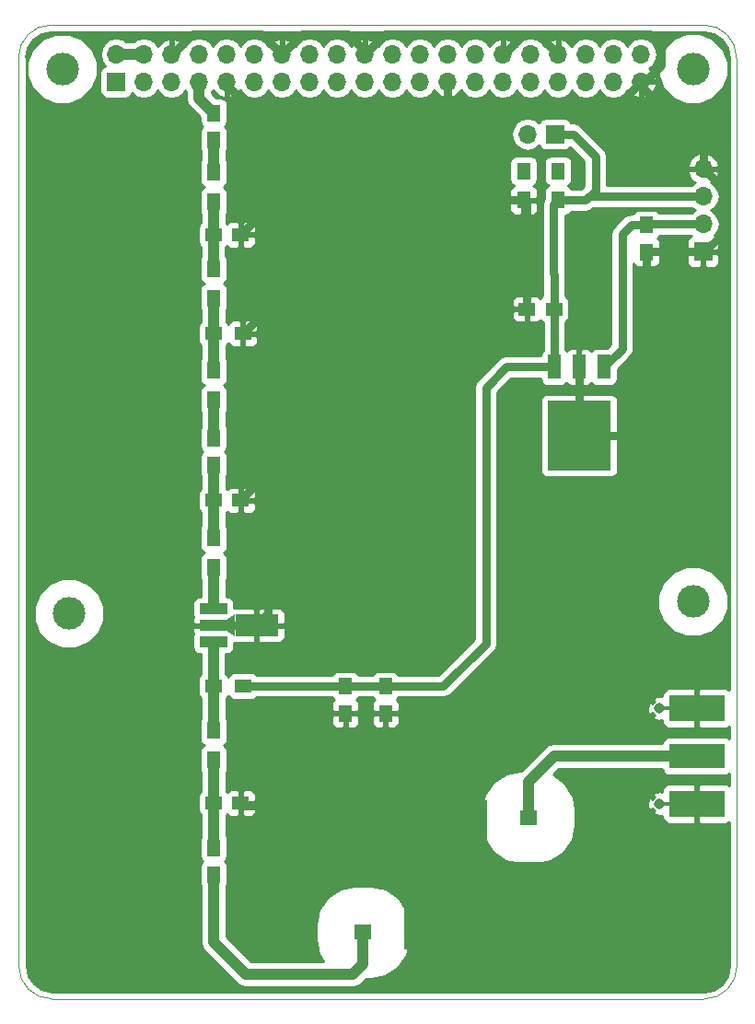
<source format=gbr>
G04 #@! TF.FileFunction,Copper,L1,Top,Signal*
%FSLAX46Y46*%
G04 Gerber Fmt 4.6, Leading zero omitted, Abs format (unit mm)*
G04 Created by KiCad (PCBNEW 4.0.7-e2-6376~61~ubuntu18.04.1) date Fri Sep  6 21:57:16 2019*
%MOMM*%
%LPD*%
G01*
G04 APERTURE LIST*
%ADD10C,0.100000*%
%ADD11C,3.000000*%
%ADD12R,1.250000X1.500000*%
%ADD13R,1.500000X1.250000*%
%ADD14R,1.300000X1.500000*%
%ADD15R,5.080000X2.290000*%
%ADD16R,5.080000X2.420000*%
%ADD17C,0.970000*%
%ADD18R,0.890000X0.460000*%
%ADD19R,1.700000X1.700000*%
%ADD20O,1.700000X1.700000*%
%ADD21R,1.500000X1.300000*%
%ADD22R,2.500000X1.000000*%
%ADD23R,4.000000X2.000000*%
%ADD24R,1.524000X1.397000*%
%ADD25C,1.016000*%
%ADD26R,18.796000X2.387600*%
%ADD27R,13.208000X5.664200*%
%ADD28R,1.200000X2.200000*%
%ADD29R,5.800000X6.400000*%
%ADD30R,2.750000X3.050000*%
%ADD31C,0.400000*%
%ADD32C,0.800000*%
%ADD33C,1.057580*%
%ADD34C,0.254000*%
G04 APERTURE END LIST*
D10*
X77030356Y-63317600D02*
X77030356Y-146750000D01*
X77004956Y-63292211D02*
G75*
G02X80004956Y-60292211I3000000J0D01*
G01*
X140030356Y-60317611D02*
X80030356Y-60317611D01*
X140030356Y-60292211D02*
G75*
G02X143030356Y-63292211I0J-3000000D01*
G01*
X143030356Y-63317600D02*
X143030356Y-146750000D01*
X80030356Y-149829611D02*
G75*
G02X77030356Y-146829611I0J3000000D01*
G01*
X80000000Y-149829611D02*
X140000000Y-149829611D01*
X143055751Y-146860247D02*
G75*
G02X140055756Y-149855011I-2999995J5236D01*
G01*
D11*
X139014000Y-113310000D03*
X139014000Y-113310000D03*
X139039400Y-64313400D03*
X81024000Y-64323400D03*
X81633600Y-114386800D03*
X81633600Y-114386800D03*
X81633600Y-114386800D03*
X81633600Y-114386800D03*
D12*
X107061000Y-123576400D03*
X107061000Y-121076400D03*
X110744000Y-123576400D03*
X110744000Y-121076400D03*
D13*
X126243400Y-86410800D03*
X123743400Y-86410800D03*
D12*
X94945200Y-100767200D03*
X94945200Y-98267200D03*
X94945200Y-138435400D03*
X94945200Y-135935400D03*
D13*
X97439800Y-104013000D03*
X94939800Y-104013000D03*
X97439800Y-131851400D03*
X94939800Y-131851400D03*
X97414400Y-79578200D03*
X94914400Y-79578200D03*
D12*
X134721600Y-78658400D03*
X134721600Y-81158400D03*
X94945200Y-70871400D03*
X94945200Y-68371400D03*
D14*
X123444000Y-76407000D03*
X123444000Y-73707000D03*
D15*
X139388000Y-127508000D03*
D16*
X139388000Y-131888000D03*
X139388000Y-123128000D03*
D17*
X135948000Y-131888000D03*
X135948000Y-123128000D03*
D18*
X136398000Y-131888000D03*
X136398000Y-123128000D03*
D19*
X139954000Y-81153000D03*
D20*
X139954000Y-78613000D03*
X139954000Y-76073000D03*
X139954000Y-73533000D03*
D21*
X97641400Y-121081800D03*
X94941400Y-121081800D03*
D14*
X94945200Y-110163600D03*
X94945200Y-107463600D03*
X94945200Y-127867400D03*
X94945200Y-125167400D03*
X94945200Y-73834000D03*
X94945200Y-76534000D03*
X126619000Y-76407000D03*
X126619000Y-73707000D03*
X94945200Y-92071200D03*
X94945200Y-94771200D03*
D21*
X94941400Y-88671400D03*
X97641400Y-88671400D03*
D14*
X94945200Y-82698600D03*
X94945200Y-85398600D03*
D22*
X94921000Y-113993800D03*
X94921000Y-115493800D03*
X94921000Y-116993800D03*
D23*
X98881000Y-115493800D03*
D10*
G36*
X96906000Y-116493800D02*
X96156000Y-115993800D01*
X96156000Y-114993800D01*
X96906000Y-114493800D01*
X96906000Y-116493800D01*
X96906000Y-116493800D01*
G37*
D19*
X85979000Y-65532000D03*
D20*
X85979000Y-62992000D03*
X88519000Y-65532000D03*
X88519000Y-62992000D03*
X91059000Y-65532000D03*
X91059000Y-62992000D03*
X93599000Y-65532000D03*
X93599000Y-62992000D03*
X96139000Y-65532000D03*
X96139000Y-62992000D03*
X98679000Y-65532000D03*
X98679000Y-62992000D03*
X101219000Y-65532000D03*
X101219000Y-62992000D03*
X103759000Y-65532000D03*
X103759000Y-62992000D03*
X106299000Y-65532000D03*
X106299000Y-62992000D03*
X108839000Y-65532000D03*
X108839000Y-62992000D03*
X111379000Y-65532000D03*
X111379000Y-62992000D03*
X113919000Y-65532000D03*
X113919000Y-62992000D03*
X116459000Y-65532000D03*
X116459000Y-62992000D03*
X118999000Y-65532000D03*
X118999000Y-62992000D03*
X121539000Y-65532000D03*
X121539000Y-62992000D03*
X124079000Y-65532000D03*
X124079000Y-62992000D03*
X126619000Y-65532000D03*
X126619000Y-62992000D03*
X129159000Y-65532000D03*
X129159000Y-62992000D03*
X131699000Y-65532000D03*
X131699000Y-62992000D03*
X134239000Y-65532000D03*
X134239000Y-62992000D03*
D19*
X126339600Y-70332600D03*
D20*
X123799600Y-70332600D03*
D24*
X108661200Y-143700500D03*
X108661200Y-133159500D03*
X113741200Y-143700500D03*
X113741200Y-133159500D03*
X118821200Y-143700500D03*
X118821200Y-133159500D03*
X123901200Y-143700500D03*
X123901200Y-133159500D03*
D25*
X123139200Y-144780000D03*
X124663200Y-144780000D03*
X119583200Y-144780000D03*
X118059200Y-144780000D03*
X118059200Y-132080000D03*
X119583200Y-132080000D03*
X114503200Y-132080000D03*
X112979200Y-132080000D03*
X109423200Y-132080000D03*
X107899200Y-132080000D03*
X112979200Y-144780000D03*
X114503200Y-144780000D03*
X116281200Y-139065000D03*
X116281200Y-137795000D03*
X118821200Y-137795000D03*
X118821200Y-139065000D03*
X121361200Y-139065000D03*
X121361200Y-137795000D03*
X123901200Y-137795000D03*
X123901200Y-139065000D03*
X113741200Y-137795000D03*
X113741200Y-139065000D03*
X111201200Y-139065000D03*
X111201200Y-137795000D03*
X108661200Y-137795000D03*
X108661200Y-139065000D03*
D26*
X116281200Y-138430000D03*
D27*
X119075200Y-142455900D03*
X113487200Y-134404100D03*
D28*
X130829400Y-91735800D03*
X128549400Y-91735800D03*
X126269400Y-91735800D03*
D29*
X128549400Y-98035800D03*
D30*
X127024400Y-99710800D03*
X130074400Y-96360800D03*
X130074400Y-99710800D03*
X127024400Y-96360800D03*
D31*
X120472200Y-71526400D03*
X132664200Y-73660000D03*
X136347200Y-73482200D03*
X129311400Y-87680800D03*
X129184400Y-83210400D03*
X129184400Y-78841600D03*
X134950200Y-97739200D03*
X123596400Y-97840800D03*
X128524000Y-103149400D03*
X123444000Y-147751800D03*
X114452400Y-147802600D03*
X80187800Y-141706600D03*
X79806800Y-132943600D03*
X79857600Y-121818400D03*
X79578200Y-106070400D03*
X79400400Y-94335600D03*
X79349600Y-82092800D03*
X78968600Y-67995800D03*
X105562400Y-67716400D03*
X137134600Y-81153000D03*
X121488200Y-76327000D03*
X120472200Y-67640200D03*
X141935200Y-77216000D03*
X139192000Y-70789800D03*
X128524000Y-95834200D03*
X128549400Y-98035800D03*
X123774200Y-78460600D03*
X123718000Y-83642200D03*
X134670800Y-95554800D03*
X134721600Y-83693000D03*
X131622800Y-143764000D03*
X131622800Y-138303000D03*
X131622800Y-132461000D03*
X118414800Y-126111000D03*
X124129800Y-122428000D03*
X132257800Y-122809000D03*
X100253800Y-143510000D03*
X100380800Y-138176000D03*
X100380800Y-126746000D03*
X89331800Y-141478000D03*
X89331800Y-132588000D03*
X89204800Y-123571000D03*
X89458800Y-72186800D03*
X89458800Y-79730600D03*
X89687400Y-88595200D03*
X89611200Y-96494600D03*
X89128600Y-108864400D03*
X89103200Y-115671600D03*
X110794800Y-125628400D03*
X107061000Y-125476000D03*
X101752400Y-115544600D03*
X99999800Y-117297200D03*
X99974400Y-113741200D03*
X100253800Y-115544600D03*
X99974400Y-96113600D03*
X116459000Y-67564000D03*
X99974400Y-69646800D03*
X99949000Y-79705200D03*
X99974400Y-88722200D03*
X99847400Y-104216200D03*
X98881000Y-115493800D03*
D32*
X105562400Y-67716400D02*
X105562400Y-67640200D01*
X121488200Y-76327000D02*
X121488200Y-76407000D01*
X141935200Y-77216000D02*
X141986000Y-77216000D01*
X128524000Y-95834200D02*
X128549400Y-95859600D01*
X128549400Y-95859600D02*
X128549400Y-98035800D01*
X123774200Y-78460600D02*
X123718000Y-78460600D01*
X134670800Y-95554800D02*
X134721600Y-95554800D01*
X100253800Y-115544600D02*
X100203000Y-115493800D01*
X100203000Y-115493800D02*
X98881000Y-115493800D01*
X116459000Y-67335400D02*
X116230400Y-67335400D01*
X116230400Y-67335400D02*
X116459000Y-67564000D01*
X99949000Y-79705200D02*
X99974400Y-79705200D01*
X99847400Y-104216200D02*
X99974400Y-104216200D01*
X96531000Y-115493800D02*
X98881000Y-115493800D01*
X128549400Y-91735800D02*
X128549400Y-98035800D01*
X123444000Y-76407000D02*
X121488200Y-76407000D01*
X121488200Y-76407000D02*
X121288800Y-76407000D01*
X120472200Y-75590400D02*
X120472200Y-71526400D01*
X120472200Y-71526400D02*
X120472200Y-67640200D01*
X121288800Y-76407000D02*
X120472200Y-75590400D01*
X107899200Y-132080000D02*
X97668400Y-132080000D01*
X97668400Y-132080000D02*
X97439800Y-131851400D01*
X99974400Y-101473000D02*
X99974400Y-104216200D01*
X99974400Y-104216200D02*
X99974400Y-113741200D01*
X99974400Y-113741200D02*
X99974400Y-114400400D01*
X99974400Y-114400400D02*
X98881000Y-115493800D01*
X99974400Y-85826600D02*
X99974400Y-88722200D01*
X99974400Y-88722200D02*
X99974400Y-96113600D01*
X99974400Y-96113600D02*
X99974400Y-101473000D01*
X99974400Y-101473000D02*
X99974400Y-101478400D01*
X99974400Y-101478400D02*
X97439800Y-104013000D01*
X99974400Y-77018200D02*
X99974400Y-79705200D01*
X99974400Y-79705200D02*
X99974400Y-85826600D01*
X99974400Y-85826600D02*
X99974400Y-86338400D01*
X99974400Y-86338400D02*
X97641400Y-88671400D01*
X96139000Y-65532000D02*
X96139000Y-65811400D01*
X96139000Y-65811400D02*
X99974400Y-69646800D01*
X99974400Y-77018200D02*
X97414400Y-79578200D01*
X99974400Y-69646800D02*
X99974400Y-77018200D01*
X139954000Y-81153000D02*
X140081000Y-81153000D01*
X140081000Y-81153000D02*
X141986000Y-79248000D01*
X141986000Y-75565000D02*
X139954000Y-73533000D01*
X141986000Y-79248000D02*
X141986000Y-77216000D01*
X141986000Y-77216000D02*
X141986000Y-75565000D01*
X134239000Y-65532000D02*
X134239000Y-65836800D01*
X134239000Y-65836800D02*
X139192000Y-70789800D01*
X139192000Y-70789800D02*
X139954000Y-71551800D01*
X139954000Y-71551800D02*
X139954000Y-73533000D01*
X116459000Y-65532000D02*
X116459000Y-67335400D01*
X116459000Y-67335400D02*
X116459000Y-67106800D01*
X116459000Y-67106800D02*
X115925600Y-67640200D01*
X96139000Y-65811400D02*
X97967800Y-67640200D01*
X97967800Y-67640200D02*
X105562400Y-67640200D01*
X105562400Y-67640200D02*
X115925600Y-67640200D01*
X115925600Y-67640200D02*
X120472200Y-67640200D01*
X120472200Y-67640200D02*
X132130800Y-67640200D01*
X132130800Y-67640200D02*
X134239000Y-65532000D01*
X91059000Y-62992000D02*
X91135200Y-62992000D01*
X91135200Y-62992000D02*
X93014800Y-61112400D01*
X93014800Y-61112400D02*
X99339400Y-61112400D01*
X99339400Y-61112400D02*
X101219000Y-62992000D01*
X108839000Y-62992000D02*
X108839000Y-62636400D01*
X108839000Y-62636400D02*
X107315000Y-61112400D01*
X103098600Y-61112400D02*
X101219000Y-62992000D01*
X107315000Y-61112400D02*
X103098600Y-61112400D01*
X123469400Y-61112400D02*
X110718600Y-61112400D01*
X110718600Y-61112400D02*
X108839000Y-62992000D01*
X134239000Y-65532000D02*
X134594600Y-65532000D01*
X134594600Y-65532000D02*
X136118600Y-64008000D01*
X136118600Y-64008000D02*
X136118600Y-62204600D01*
X136118600Y-62204600D02*
X135051800Y-61137800D01*
X135051800Y-61137800D02*
X124104400Y-61137800D01*
X124104400Y-61137800D02*
X124104400Y-61112400D01*
X121539000Y-62992000D02*
X121589800Y-62992000D01*
X121589800Y-62992000D02*
X123469400Y-61112400D01*
X123469400Y-61112400D02*
X124104400Y-61112400D01*
X124104400Y-61112400D02*
X124739400Y-61112400D01*
X124739400Y-61112400D02*
X126619000Y-62992000D01*
X134721600Y-81158400D02*
X134721600Y-83693000D01*
X134721600Y-83693000D02*
X134721600Y-95554800D01*
X134721600Y-95554800D02*
X134721600Y-96062800D01*
X134721600Y-96062800D02*
X132748600Y-98035800D01*
X132748600Y-98035800D02*
X128549400Y-98035800D01*
X139954000Y-81153000D02*
X137134600Y-81153000D01*
X137134600Y-81153000D02*
X134727000Y-81153000D01*
X134727000Y-81153000D02*
X134721600Y-81158400D01*
X123718000Y-83185000D02*
X123718000Y-83642200D01*
X123718000Y-83642200D02*
X123718000Y-86385400D01*
X123718000Y-86385400D02*
X123743400Y-86410800D01*
X123718000Y-79705200D02*
X123718000Y-78460600D01*
X123718000Y-78460600D02*
X123718000Y-76681000D01*
X123718000Y-76681000D02*
X123444000Y-76407000D01*
X123718000Y-83185000D02*
X123718000Y-79705200D01*
X110744000Y-121076400D02*
X116058000Y-121076400D01*
X121878200Y-91735800D02*
X126269400Y-91735800D01*
X119964200Y-93649800D02*
X121878200Y-91735800D01*
X119964200Y-117170200D02*
X119964200Y-93649800D01*
X116058000Y-121076400D02*
X119964200Y-117170200D01*
X97641400Y-121081800D02*
X107055600Y-121081800D01*
X107055600Y-121081800D02*
X107061000Y-121076400D01*
X107061000Y-121076400D02*
X110744000Y-121076400D01*
X139954000Y-76073000D02*
X129463800Y-76073000D01*
X129463800Y-76073000D02*
X129129800Y-76407000D01*
X126339600Y-70332600D02*
X128016000Y-70332600D01*
X129129800Y-76407000D02*
X126619000Y-76407000D01*
X130048000Y-75488800D02*
X129129800Y-76407000D01*
X130048000Y-72364600D02*
X130048000Y-75488800D01*
X128016000Y-70332600D02*
X130048000Y-72364600D01*
X126218000Y-79705200D02*
X126218000Y-76808000D01*
X126218000Y-76808000D02*
X126619000Y-76407000D01*
X126243400Y-86410800D02*
X126243400Y-83210400D01*
X126243400Y-83210400D02*
X126218000Y-83185000D01*
X126218000Y-83185000D02*
X126218000Y-79705200D01*
X126269400Y-91735800D02*
X126269400Y-86436800D01*
X126269400Y-86436800D02*
X126243400Y-86410800D01*
D33*
X94939800Y-104013000D02*
X94939800Y-107458200D01*
X94939800Y-107458200D02*
X94945200Y-107463600D01*
X94945200Y-100767200D02*
X94945200Y-104007600D01*
X94945200Y-104007600D02*
X94939800Y-104013000D01*
X94945200Y-94771200D02*
X94945200Y-98267200D01*
X108661200Y-143700500D02*
X108661200Y-146634200D01*
X94945200Y-144602200D02*
X94945200Y-138435400D01*
X97917000Y-147574000D02*
X94945200Y-144602200D01*
X107721400Y-147574000D02*
X97917000Y-147574000D01*
X108661200Y-146634200D02*
X107721400Y-147574000D01*
X94945200Y-138435400D02*
X94945200Y-138887200D01*
X108648500Y-143687800D02*
X108661200Y-143700500D01*
X94939800Y-131851400D02*
X94939800Y-135930000D01*
X94939800Y-135930000D02*
X94945200Y-135935400D01*
X94945200Y-127867400D02*
X94945200Y-131846000D01*
X94945200Y-131846000D02*
X94939800Y-131851400D01*
X94914400Y-79578200D02*
X94914400Y-82667800D01*
X94914400Y-82667800D02*
X94945200Y-82698600D01*
X94945200Y-76534000D02*
X94945200Y-79547400D01*
X94945200Y-79547400D02*
X94914400Y-79578200D01*
X94945200Y-70871400D02*
X94945200Y-73834000D01*
X94941400Y-121081800D02*
X94941400Y-125163600D01*
X94941400Y-125163600D02*
X94945200Y-125167400D01*
X94921000Y-116993800D02*
X94921000Y-121061400D01*
X94921000Y-121061400D02*
X94941400Y-121081800D01*
X94945200Y-110163600D02*
X94945200Y-113969600D01*
X94945200Y-113969600D02*
X94921000Y-113993800D01*
X94941400Y-88671400D02*
X94941400Y-92067400D01*
X94941400Y-92067400D02*
X94945200Y-92071200D01*
X94945200Y-85398600D02*
X94945200Y-88667600D01*
X94945200Y-88667600D02*
X94941400Y-88671400D01*
X85979000Y-62992000D02*
X88519000Y-62992000D01*
D32*
X134721600Y-78658400D02*
X133380800Y-78658400D01*
X132511800Y-90053400D02*
X130829400Y-91735800D01*
X132511800Y-79527400D02*
X132511800Y-90053400D01*
X133380800Y-78658400D02*
X132511800Y-79527400D01*
X139954000Y-78613000D02*
X134767000Y-78613000D01*
X134767000Y-78613000D02*
X134721600Y-78658400D01*
D33*
X93599000Y-65532000D02*
X93599000Y-67025200D01*
X93599000Y-67025200D02*
X94945200Y-68371400D01*
X123901200Y-133159500D02*
X123901200Y-129844800D01*
X126238000Y-127508000D02*
X139388000Y-127508000D01*
X123901200Y-129844800D02*
X126238000Y-127508000D01*
D34*
G36*
X80030356Y-61002611D02*
X140030356Y-61002611D01*
X140060470Y-60996621D01*
X140911133Y-61165828D01*
X141657819Y-61664748D01*
X142156739Y-62411436D01*
X142345356Y-63359678D01*
X142345356Y-121437331D01*
X142287698Y-121379673D01*
X142054309Y-121283000D01*
X139673750Y-121283000D01*
X139515000Y-121441750D01*
X139515000Y-123001000D01*
X139535000Y-123001000D01*
X139535000Y-123255000D01*
X139515000Y-123255000D01*
X139515000Y-124814250D01*
X139673750Y-124973000D01*
X142054309Y-124973000D01*
X142287698Y-124876327D01*
X142345356Y-124818669D01*
X142345356Y-125879627D01*
X142179890Y-125766569D01*
X141928000Y-125715560D01*
X136848000Y-125715560D01*
X136612683Y-125759838D01*
X136396559Y-125898910D01*
X136251569Y-126111110D01*
X136204365Y-126344210D01*
X126238000Y-126344210D01*
X125792636Y-126432798D01*
X125415076Y-126685076D01*
X123213022Y-128887130D01*
X123139200Y-128887130D01*
X121840251Y-129131544D01*
X120647245Y-129899222D01*
X119846901Y-131070564D01*
X119565330Y-132461000D01*
X119565330Y-133858000D01*
X119809744Y-135156949D01*
X120577422Y-136349955D01*
X121748764Y-137150299D01*
X123139200Y-137431870D01*
X124663200Y-137431870D01*
X125962149Y-137187456D01*
X127155155Y-136419778D01*
X127955499Y-135248436D01*
X128237070Y-133858000D01*
X128237070Y-132461000D01*
X128102640Y-131746564D01*
X134814851Y-131746564D01*
X134846982Y-132190968D01*
X134955232Y-132452308D01*
X135168800Y-132487595D01*
X135345557Y-132310838D01*
X135414673Y-132477699D01*
X135476290Y-132539315D01*
X135348405Y-132667200D01*
X135383692Y-132880768D01*
X135806564Y-133021149D01*
X136213000Y-132991763D01*
X136213000Y-133224310D01*
X136309673Y-133457699D01*
X136488302Y-133636327D01*
X136721691Y-133733000D01*
X139102250Y-133733000D01*
X139261000Y-133574250D01*
X139261000Y-132015000D01*
X139241000Y-132015000D01*
X139241000Y-131761000D01*
X139261000Y-131761000D01*
X139261000Y-130201750D01*
X139102250Y-130043000D01*
X136721691Y-130043000D01*
X136488302Y-130139673D01*
X136309673Y-130318301D01*
X136213000Y-130551690D01*
X136213000Y-130795871D01*
X136089436Y-130754851D01*
X135645032Y-130786982D01*
X135383692Y-130895232D01*
X135348405Y-131108800D01*
X135476290Y-131236685D01*
X135414673Y-131298301D01*
X135345557Y-131465162D01*
X135168800Y-131288405D01*
X134955232Y-131323692D01*
X134814851Y-131746564D01*
X128102640Y-131746564D01*
X127992656Y-131162051D01*
X127224978Y-129969045D01*
X126154339Y-129237509D01*
X126720058Y-128671790D01*
X136204096Y-128671790D01*
X136244838Y-128888317D01*
X136383910Y-129104441D01*
X136596110Y-129249431D01*
X136848000Y-129300440D01*
X141928000Y-129300440D01*
X142163317Y-129256162D01*
X142345356Y-129139023D01*
X142345356Y-130197331D01*
X142287698Y-130139673D01*
X142054309Y-130043000D01*
X139673750Y-130043000D01*
X139515000Y-130201750D01*
X139515000Y-131761000D01*
X139535000Y-131761000D01*
X139535000Y-132015000D01*
X139515000Y-132015000D01*
X139515000Y-133574250D01*
X139673750Y-133733000D01*
X142054309Y-133733000D01*
X142287698Y-133636327D01*
X142345356Y-133578669D01*
X142345356Y-146750000D01*
X142362210Y-146834728D01*
X142180597Y-147739498D01*
X141680376Y-148485311D01*
X140932561Y-148983100D01*
X140058302Y-149156208D01*
X140000000Y-149144611D01*
X80097823Y-149144611D01*
X79149581Y-148955994D01*
X78402893Y-148457074D01*
X77903973Y-147710388D01*
X77714148Y-146756072D01*
X77715356Y-146750000D01*
X77715356Y-115025874D01*
X78406041Y-115025874D01*
X78896287Y-116212361D01*
X79803264Y-117120923D01*
X80988894Y-117613239D01*
X82272674Y-117614359D01*
X83459161Y-117124113D01*
X84090575Y-116493800D01*
X93023560Y-116493800D01*
X93023560Y-117493800D01*
X93067838Y-117729117D01*
X93206910Y-117945241D01*
X93419110Y-118090231D01*
X93671000Y-118141240D01*
X93757210Y-118141240D01*
X93757210Y-119956609D01*
X93739959Y-119967710D01*
X93594969Y-120179910D01*
X93543960Y-120431800D01*
X93543960Y-121731800D01*
X93588238Y-121967117D01*
X93727310Y-122183241D01*
X93777610Y-122217610D01*
X93777610Y-124050122D01*
X93698769Y-124165510D01*
X93647760Y-124417400D01*
X93647760Y-125917400D01*
X93692038Y-126152717D01*
X93831110Y-126368841D01*
X94043310Y-126513831D01*
X94056397Y-126516481D01*
X93843759Y-126653310D01*
X93698769Y-126865510D01*
X93647760Y-127117400D01*
X93647760Y-128617400D01*
X93692038Y-128852717D01*
X93781410Y-128991605D01*
X93781410Y-130734607D01*
X93738359Y-130762310D01*
X93593369Y-130974510D01*
X93542360Y-131226400D01*
X93542360Y-132476400D01*
X93586638Y-132711717D01*
X93725710Y-132927841D01*
X93776010Y-132962210D01*
X93776010Y-134857053D01*
X93723769Y-134933510D01*
X93672760Y-135185400D01*
X93672760Y-136685400D01*
X93717038Y-136920717D01*
X93856110Y-137136841D01*
X93925911Y-137184534D01*
X93868759Y-137221310D01*
X93723769Y-137433510D01*
X93672760Y-137685400D01*
X93672760Y-139185400D01*
X93717038Y-139420717D01*
X93781410Y-139520754D01*
X93781410Y-144602200D01*
X93869998Y-145047563D01*
X94122276Y-145425124D01*
X97094076Y-148396924D01*
X97471637Y-148649202D01*
X97917000Y-148737790D01*
X107721400Y-148737790D01*
X108166763Y-148649202D01*
X108544324Y-148396924D01*
X108968378Y-147972870D01*
X109423200Y-147972870D01*
X110722149Y-147728456D01*
X111915155Y-146960778D01*
X112715499Y-145789436D01*
X112997070Y-144399000D01*
X112997070Y-143002000D01*
X112752656Y-141703051D01*
X111984978Y-140510045D01*
X110813636Y-139709701D01*
X109423200Y-139428130D01*
X107899200Y-139428130D01*
X106600251Y-139672544D01*
X105407245Y-140440222D01*
X104606901Y-141611564D01*
X104325330Y-143002000D01*
X104325330Y-144399000D01*
X104569744Y-145697949D01*
X105028071Y-146410210D01*
X98399058Y-146410210D01*
X96108990Y-144120142D01*
X96108990Y-139521650D01*
X96166631Y-139437290D01*
X96217640Y-139185400D01*
X96217640Y-137685400D01*
X96173362Y-137450083D01*
X96034290Y-137233959D01*
X95964489Y-137186266D01*
X96021641Y-137149490D01*
X96166631Y-136937290D01*
X96217640Y-136685400D01*
X96217640Y-135185400D01*
X96173362Y-134950083D01*
X96103590Y-134841654D01*
X96103590Y-132964718D01*
X96141241Y-132940490D01*
X96187769Y-132872394D01*
X96330102Y-133014727D01*
X96563491Y-133111400D01*
X97154050Y-133111400D01*
X97312800Y-132952650D01*
X97312800Y-131978400D01*
X97566800Y-131978400D01*
X97566800Y-132952650D01*
X97725550Y-133111400D01*
X98316109Y-133111400D01*
X98549498Y-133014727D01*
X98728127Y-132836099D01*
X98824800Y-132602710D01*
X98824800Y-132137150D01*
X98666050Y-131978400D01*
X97566800Y-131978400D01*
X97312800Y-131978400D01*
X97292800Y-131978400D01*
X97292800Y-131724400D01*
X97312800Y-131724400D01*
X97312800Y-130750150D01*
X97566800Y-130750150D01*
X97566800Y-131724400D01*
X98666050Y-131724400D01*
X98824800Y-131565650D01*
X98824800Y-131100090D01*
X98728127Y-130866701D01*
X98549498Y-130688073D01*
X98316109Y-130591400D01*
X97725550Y-130591400D01*
X97566800Y-130750150D01*
X97312800Y-130750150D01*
X97154050Y-130591400D01*
X96563491Y-130591400D01*
X96330102Y-130688073D01*
X96188864Y-130829310D01*
X96153890Y-130774959D01*
X96108990Y-130744280D01*
X96108990Y-128990239D01*
X96191631Y-128869290D01*
X96242640Y-128617400D01*
X96242640Y-127117400D01*
X96198362Y-126882083D01*
X96059290Y-126665959D01*
X95847090Y-126520969D01*
X95834003Y-126518319D01*
X96046641Y-126381490D01*
X96191631Y-126169290D01*
X96242640Y-125917400D01*
X96242640Y-124417400D01*
X96198362Y-124182083D01*
X96105190Y-124037290D01*
X96105190Y-123862150D01*
X105801000Y-123862150D01*
X105801000Y-124452709D01*
X105897673Y-124686098D01*
X106076301Y-124864727D01*
X106309690Y-124961400D01*
X106775250Y-124961400D01*
X106934000Y-124802650D01*
X106934000Y-123703400D01*
X107188000Y-123703400D01*
X107188000Y-124802650D01*
X107346750Y-124961400D01*
X107812310Y-124961400D01*
X108045699Y-124864727D01*
X108224327Y-124686098D01*
X108321000Y-124452709D01*
X108321000Y-123862150D01*
X109484000Y-123862150D01*
X109484000Y-124452709D01*
X109580673Y-124686098D01*
X109759301Y-124864727D01*
X109992690Y-124961400D01*
X110458250Y-124961400D01*
X110617000Y-124802650D01*
X110617000Y-123703400D01*
X110871000Y-123703400D01*
X110871000Y-124802650D01*
X111029750Y-124961400D01*
X111495310Y-124961400D01*
X111728699Y-124864727D01*
X111907327Y-124686098D01*
X112004000Y-124452709D01*
X112004000Y-123862150D01*
X111845250Y-123703400D01*
X110871000Y-123703400D01*
X110617000Y-123703400D01*
X109642750Y-123703400D01*
X109484000Y-123862150D01*
X108321000Y-123862150D01*
X108162250Y-123703400D01*
X107188000Y-123703400D01*
X106934000Y-123703400D01*
X105959750Y-123703400D01*
X105801000Y-123862150D01*
X96105190Y-123862150D01*
X96105190Y-122220118D01*
X96142841Y-122195890D01*
X96287831Y-121983690D01*
X96290481Y-121970603D01*
X96427310Y-122183241D01*
X96639510Y-122328231D01*
X96891400Y-122379240D01*
X98391400Y-122379240D01*
X98626717Y-122334962D01*
X98842841Y-122195890D01*
X98896881Y-122116800D01*
X105868283Y-122116800D01*
X105971910Y-122277841D01*
X106040006Y-122324369D01*
X105897673Y-122466702D01*
X105801000Y-122700091D01*
X105801000Y-123290650D01*
X105959750Y-123449400D01*
X106934000Y-123449400D01*
X106934000Y-123429400D01*
X107188000Y-123429400D01*
X107188000Y-123449400D01*
X108162250Y-123449400D01*
X108321000Y-123290650D01*
X108321000Y-122700091D01*
X108224327Y-122466702D01*
X108083090Y-122325464D01*
X108137441Y-122290490D01*
X108259808Y-122111400D01*
X109547808Y-122111400D01*
X109654910Y-122277841D01*
X109723006Y-122324369D01*
X109580673Y-122466702D01*
X109484000Y-122700091D01*
X109484000Y-123290650D01*
X109642750Y-123449400D01*
X110617000Y-123449400D01*
X110617000Y-123429400D01*
X110871000Y-123429400D01*
X110871000Y-123449400D01*
X111845250Y-123449400D01*
X112004000Y-123290650D01*
X112004000Y-122986564D01*
X134814851Y-122986564D01*
X134846982Y-123430968D01*
X134955232Y-123692308D01*
X135168800Y-123727595D01*
X135345557Y-123550838D01*
X135414673Y-123717699D01*
X135476290Y-123779315D01*
X135348405Y-123907200D01*
X135383692Y-124120768D01*
X135806564Y-124261149D01*
X136213000Y-124231763D01*
X136213000Y-124464310D01*
X136309673Y-124697699D01*
X136488302Y-124876327D01*
X136721691Y-124973000D01*
X139102250Y-124973000D01*
X139261000Y-124814250D01*
X139261000Y-123255000D01*
X139241000Y-123255000D01*
X139241000Y-123001000D01*
X139261000Y-123001000D01*
X139261000Y-121441750D01*
X139102250Y-121283000D01*
X136721691Y-121283000D01*
X136488302Y-121379673D01*
X136309673Y-121558301D01*
X136213000Y-121791690D01*
X136213000Y-122035871D01*
X136089436Y-121994851D01*
X135645032Y-122026982D01*
X135383692Y-122135232D01*
X135348405Y-122348800D01*
X135476290Y-122476685D01*
X135414673Y-122538301D01*
X135345557Y-122705162D01*
X135168800Y-122528405D01*
X134955232Y-122563692D01*
X134814851Y-122986564D01*
X112004000Y-122986564D01*
X112004000Y-122700091D01*
X111907327Y-122466702D01*
X111766090Y-122325464D01*
X111820441Y-122290490D01*
X111942808Y-122111400D01*
X116057995Y-122111400D01*
X116058000Y-122111401D01*
X116454077Y-122032615D01*
X116789856Y-121808256D01*
X120696056Y-117902056D01*
X120920415Y-117566277D01*
X120999201Y-117170200D01*
X120999200Y-117170195D01*
X120999200Y-113949074D01*
X135786441Y-113949074D01*
X136276687Y-115135561D01*
X137183664Y-116044123D01*
X138369294Y-116536439D01*
X139653074Y-116537559D01*
X140839561Y-116047313D01*
X141748123Y-115140336D01*
X142240439Y-113954706D01*
X142241559Y-112670926D01*
X141751313Y-111484439D01*
X140844336Y-110575877D01*
X139658706Y-110083561D01*
X138374926Y-110082441D01*
X137188439Y-110572687D01*
X136279877Y-111479664D01*
X135787561Y-112665294D01*
X135786441Y-113949074D01*
X120999200Y-113949074D01*
X120999200Y-94709491D01*
X125014400Y-94709491D01*
X125014400Y-98012109D01*
X125024213Y-98035800D01*
X125014400Y-98059491D01*
X125014400Y-101362109D01*
X125111073Y-101595498D01*
X125289701Y-101774127D01*
X125523090Y-101870800D01*
X128525710Y-101870800D01*
X128549400Y-101860987D01*
X128573090Y-101870800D01*
X131575710Y-101870800D01*
X131809099Y-101774127D01*
X131987727Y-101595498D01*
X132084400Y-101362109D01*
X132084400Y-98059491D01*
X132074587Y-98035800D01*
X132084400Y-98012109D01*
X132084400Y-94709491D01*
X131987727Y-94476102D01*
X131809099Y-94297473D01*
X131575710Y-94200800D01*
X128573090Y-94200800D01*
X128549400Y-94210613D01*
X128525710Y-94200800D01*
X125523090Y-94200800D01*
X125289701Y-94297473D01*
X125111073Y-94476102D01*
X125014400Y-94709491D01*
X120999200Y-94709491D01*
X120999200Y-94078512D01*
X122306911Y-92770800D01*
X125021960Y-92770800D01*
X125021960Y-92835800D01*
X125066238Y-93071117D01*
X125205310Y-93287241D01*
X125417510Y-93432231D01*
X125669400Y-93483240D01*
X126869400Y-93483240D01*
X127104717Y-93438962D01*
X127320841Y-93299890D01*
X127403938Y-93178273D01*
X127411073Y-93195498D01*
X127589701Y-93374127D01*
X127823090Y-93470800D01*
X128263650Y-93470800D01*
X128422400Y-93312050D01*
X128422400Y-91862800D01*
X128402400Y-91862800D01*
X128402400Y-91608800D01*
X128422400Y-91608800D01*
X128422400Y-90159550D01*
X128263650Y-90000800D01*
X127823090Y-90000800D01*
X127589701Y-90097473D01*
X127411073Y-90276102D01*
X127403809Y-90293638D01*
X127333490Y-90184359D01*
X127304400Y-90164483D01*
X127304400Y-87590261D01*
X127444841Y-87499890D01*
X127589831Y-87287690D01*
X127640840Y-87035800D01*
X127640840Y-85785800D01*
X127596562Y-85550483D01*
X127457490Y-85334359D01*
X127278400Y-85211992D01*
X127278400Y-83210405D01*
X127278401Y-83210400D01*
X127253000Y-83082703D01*
X127253000Y-77804440D01*
X127269000Y-77804440D01*
X127504317Y-77760162D01*
X127720441Y-77621090D01*
X127842808Y-77442000D01*
X129129795Y-77442000D01*
X129129800Y-77442001D01*
X129525877Y-77363215D01*
X129861656Y-77138856D01*
X129892512Y-77108000D01*
X138864794Y-77108000D01*
X138874853Y-77123054D01*
X139204026Y-77343000D01*
X138874853Y-77562946D01*
X138864794Y-77578000D01*
X135888578Y-77578000D01*
X135810690Y-77456959D01*
X135598490Y-77311969D01*
X135346600Y-77260960D01*
X134096600Y-77260960D01*
X133861283Y-77305238D01*
X133645159Y-77444310D01*
X133522792Y-77623400D01*
X133380805Y-77623400D01*
X133380800Y-77623399D01*
X133019200Y-77695327D01*
X132984723Y-77702185D01*
X132648944Y-77926544D01*
X132648942Y-77926547D01*
X131779944Y-78795544D01*
X131555585Y-79131323D01*
X131476799Y-79527400D01*
X131476800Y-79527405D01*
X131476800Y-89624689D01*
X131113129Y-89988360D01*
X130229400Y-89988360D01*
X129994083Y-90032638D01*
X129777959Y-90171710D01*
X129694862Y-90293327D01*
X129687727Y-90276102D01*
X129509099Y-90097473D01*
X129275710Y-90000800D01*
X128835150Y-90000800D01*
X128676400Y-90159550D01*
X128676400Y-91608800D01*
X128696400Y-91608800D01*
X128696400Y-91862800D01*
X128676400Y-91862800D01*
X128676400Y-93312050D01*
X128835150Y-93470800D01*
X129275710Y-93470800D01*
X129509099Y-93374127D01*
X129687727Y-93195498D01*
X129694991Y-93177962D01*
X129765310Y-93287241D01*
X129977510Y-93432231D01*
X130229400Y-93483240D01*
X131429400Y-93483240D01*
X131664717Y-93438962D01*
X131880841Y-93299890D01*
X132025831Y-93087690D01*
X132076840Y-92835800D01*
X132076840Y-91952072D01*
X133243653Y-90785258D01*
X133243656Y-90785256D01*
X133468015Y-90449477D01*
X133523267Y-90171710D01*
X133546801Y-90053400D01*
X133546800Y-90053395D01*
X133546800Y-82240400D01*
X133558273Y-82268098D01*
X133736901Y-82446727D01*
X133970290Y-82543400D01*
X134435850Y-82543400D01*
X134594600Y-82384650D01*
X134594600Y-81285400D01*
X134848600Y-81285400D01*
X134848600Y-82384650D01*
X135007350Y-82543400D01*
X135472910Y-82543400D01*
X135706299Y-82446727D01*
X135884927Y-82268098D01*
X135981600Y-82034709D01*
X135981600Y-81444150D01*
X135976200Y-81438750D01*
X138469000Y-81438750D01*
X138469000Y-82129310D01*
X138565673Y-82362699D01*
X138744302Y-82541327D01*
X138977691Y-82638000D01*
X139668250Y-82638000D01*
X139827000Y-82479250D01*
X139827000Y-81280000D01*
X140081000Y-81280000D01*
X140081000Y-82479250D01*
X140239750Y-82638000D01*
X140930309Y-82638000D01*
X141163698Y-82541327D01*
X141342327Y-82362699D01*
X141439000Y-82129310D01*
X141439000Y-81438750D01*
X141280250Y-81280000D01*
X140081000Y-81280000D01*
X139827000Y-81280000D01*
X138627750Y-81280000D01*
X138469000Y-81438750D01*
X135976200Y-81438750D01*
X135822850Y-81285400D01*
X134848600Y-81285400D01*
X134594600Y-81285400D01*
X134574600Y-81285400D01*
X134574600Y-81031400D01*
X134594600Y-81031400D01*
X134594600Y-81011400D01*
X134848600Y-81011400D01*
X134848600Y-81031400D01*
X135822850Y-81031400D01*
X135981600Y-80872650D01*
X135981600Y-80282091D01*
X135884927Y-80048702D01*
X135743690Y-79907464D01*
X135798041Y-79872490D01*
X135943031Y-79660290D01*
X135945520Y-79648000D01*
X138864794Y-79648000D01*
X138874853Y-79663054D01*
X138918777Y-79692403D01*
X138744302Y-79764673D01*
X138565673Y-79943301D01*
X138469000Y-80176690D01*
X138469000Y-80867250D01*
X138627750Y-81026000D01*
X139827000Y-81026000D01*
X139827000Y-81006000D01*
X140081000Y-81006000D01*
X140081000Y-81026000D01*
X141280250Y-81026000D01*
X141439000Y-80867250D01*
X141439000Y-80176690D01*
X141342327Y-79943301D01*
X141163698Y-79764673D01*
X140989223Y-79692403D01*
X141033147Y-79663054D01*
X141355054Y-79181285D01*
X141468093Y-78613000D01*
X141355054Y-78044715D01*
X141033147Y-77562946D01*
X140703974Y-77343000D01*
X141033147Y-77123054D01*
X141355054Y-76641285D01*
X141468093Y-76073000D01*
X141355054Y-75504715D01*
X141033147Y-75022946D01*
X140692447Y-74795298D01*
X140835358Y-74728183D01*
X141225645Y-74299924D01*
X141395476Y-73889890D01*
X141274155Y-73660000D01*
X140081000Y-73660000D01*
X140081000Y-73680000D01*
X139827000Y-73680000D01*
X139827000Y-73660000D01*
X138633845Y-73660000D01*
X138512524Y-73889890D01*
X138682355Y-74299924D01*
X139072642Y-74728183D01*
X139215553Y-74795298D01*
X138874853Y-75022946D01*
X138864794Y-75038000D01*
X131083000Y-75038000D01*
X131083000Y-73176110D01*
X138512524Y-73176110D01*
X138633845Y-73406000D01*
X139827000Y-73406000D01*
X139827000Y-72212181D01*
X140081000Y-72212181D01*
X140081000Y-73406000D01*
X141274155Y-73406000D01*
X141395476Y-73176110D01*
X141225645Y-72766076D01*
X140835358Y-72337817D01*
X140310892Y-72091514D01*
X140081000Y-72212181D01*
X139827000Y-72212181D01*
X139597108Y-72091514D01*
X139072642Y-72337817D01*
X138682355Y-72766076D01*
X138512524Y-73176110D01*
X131083000Y-73176110D01*
X131083000Y-72364605D01*
X131083001Y-72364600D01*
X131004215Y-71968523D01*
X130911684Y-71830040D01*
X130779856Y-71632744D01*
X130779853Y-71632742D01*
X128747856Y-69600744D01*
X128412077Y-69376385D01*
X128016000Y-69297599D01*
X128015995Y-69297600D01*
X127802230Y-69297600D01*
X127792762Y-69247283D01*
X127653690Y-69031159D01*
X127441490Y-68886169D01*
X127189600Y-68835160D01*
X125489600Y-68835160D01*
X125254283Y-68879438D01*
X125038159Y-69018510D01*
X124893169Y-69230710D01*
X124879514Y-69298141D01*
X124849654Y-69253453D01*
X124367885Y-68931546D01*
X123799600Y-68818507D01*
X123231315Y-68931546D01*
X122749546Y-69253453D01*
X122427639Y-69735222D01*
X122314600Y-70303507D01*
X122314600Y-70361693D01*
X122427639Y-70929978D01*
X122749546Y-71411747D01*
X123231315Y-71733654D01*
X123799600Y-71846693D01*
X124367885Y-71733654D01*
X124849654Y-71411747D01*
X124877450Y-71370148D01*
X124886438Y-71417917D01*
X125025510Y-71634041D01*
X125237710Y-71779031D01*
X125489600Y-71830040D01*
X127189600Y-71830040D01*
X127424917Y-71785762D01*
X127641041Y-71646690D01*
X127732510Y-71512821D01*
X129013000Y-72793311D01*
X129013000Y-75060089D01*
X128701088Y-75372000D01*
X127840192Y-75372000D01*
X127733090Y-75205559D01*
X127520890Y-75060569D01*
X127507803Y-75057919D01*
X127720441Y-74921090D01*
X127865431Y-74708890D01*
X127916440Y-74457000D01*
X127916440Y-72957000D01*
X127872162Y-72721683D01*
X127733090Y-72505559D01*
X127520890Y-72360569D01*
X127269000Y-72309560D01*
X125969000Y-72309560D01*
X125733683Y-72353838D01*
X125517559Y-72492910D01*
X125372569Y-72705110D01*
X125321560Y-72957000D01*
X125321560Y-74457000D01*
X125365838Y-74692317D01*
X125504910Y-74908441D01*
X125717110Y-75053431D01*
X125730197Y-75056081D01*
X125517559Y-75192910D01*
X125372569Y-75405110D01*
X125321560Y-75657000D01*
X125321560Y-76322463D01*
X125261785Y-76411923D01*
X125182999Y-76808000D01*
X125183000Y-76808005D01*
X125183000Y-83184995D01*
X125182999Y-83185000D01*
X125208400Y-83312697D01*
X125208400Y-85214608D01*
X125041959Y-85321710D01*
X124995431Y-85389806D01*
X124853098Y-85247473D01*
X124619709Y-85150800D01*
X124029150Y-85150800D01*
X123870400Y-85309550D01*
X123870400Y-86283800D01*
X123890400Y-86283800D01*
X123890400Y-86537800D01*
X123870400Y-86537800D01*
X123870400Y-87512050D01*
X124029150Y-87670800D01*
X124619709Y-87670800D01*
X124853098Y-87574127D01*
X124994336Y-87432890D01*
X125029310Y-87487241D01*
X125234400Y-87627373D01*
X125234400Y-90161131D01*
X125217959Y-90171710D01*
X125072969Y-90383910D01*
X125021960Y-90635800D01*
X125021960Y-90700800D01*
X121878205Y-90700800D01*
X121878200Y-90700799D01*
X121482123Y-90779585D01*
X121146344Y-91003944D01*
X121146342Y-91003947D01*
X119232344Y-92917944D01*
X119007985Y-93253723D01*
X118929199Y-93649800D01*
X118929200Y-93649805D01*
X118929200Y-116741488D01*
X115629288Y-120041400D01*
X111940192Y-120041400D01*
X111833090Y-119874959D01*
X111620890Y-119729969D01*
X111369000Y-119678960D01*
X110119000Y-119678960D01*
X109883683Y-119723238D01*
X109667559Y-119862310D01*
X109545192Y-120041400D01*
X108257192Y-120041400D01*
X108150090Y-119874959D01*
X107937890Y-119729969D01*
X107686000Y-119678960D01*
X106436000Y-119678960D01*
X106200683Y-119723238D01*
X105984559Y-119862310D01*
X105858502Y-120046800D01*
X98898244Y-120046800D01*
X98855490Y-119980359D01*
X98643290Y-119835369D01*
X98391400Y-119784360D01*
X96891400Y-119784360D01*
X96656083Y-119828638D01*
X96439959Y-119967710D01*
X96294969Y-120179910D01*
X96292319Y-120192997D01*
X96155490Y-119980359D01*
X96084790Y-119932052D01*
X96084790Y-118141240D01*
X96171000Y-118141240D01*
X96406317Y-118096962D01*
X96622441Y-117957890D01*
X96767431Y-117745690D01*
X96818440Y-117493800D01*
X96818440Y-117128800D01*
X96849761Y-117128800D01*
X96888113Y-117140993D01*
X96958230Y-117128800D01*
X98595250Y-117128800D01*
X98754000Y-116970050D01*
X98754000Y-115620800D01*
X99008000Y-115620800D01*
X99008000Y-116970050D01*
X99166750Y-117128800D01*
X101007310Y-117128800D01*
X101240699Y-117032127D01*
X101419327Y-116853498D01*
X101516000Y-116620109D01*
X101516000Y-115779550D01*
X101357250Y-115620800D01*
X99008000Y-115620800D01*
X98754000Y-115620800D01*
X95048000Y-115620800D01*
X95048000Y-115640800D01*
X94794000Y-115640800D01*
X94794000Y-115620800D01*
X93194750Y-115620800D01*
X93036000Y-115779550D01*
X93036000Y-116120109D01*
X93081967Y-116231083D01*
X93074569Y-116241910D01*
X93023560Y-116493800D01*
X84090575Y-116493800D01*
X84367723Y-116217136D01*
X84860039Y-115031506D01*
X84861159Y-113747726D01*
X84370913Y-112561239D01*
X83463936Y-111652677D01*
X82278306Y-111160361D01*
X80994526Y-111159241D01*
X79808039Y-111649487D01*
X78899477Y-112556464D01*
X78407161Y-113742094D01*
X78406041Y-115025874D01*
X77715356Y-115025874D01*
X77715356Y-64962474D01*
X77796441Y-64962474D01*
X78286687Y-66148961D01*
X79193664Y-67057523D01*
X80379294Y-67549839D01*
X81663074Y-67550959D01*
X82849561Y-67060713D01*
X83758123Y-66153736D01*
X84250439Y-64968106D01*
X84250688Y-64682000D01*
X84481560Y-64682000D01*
X84481560Y-66382000D01*
X84525838Y-66617317D01*
X84664910Y-66833441D01*
X84877110Y-66978431D01*
X85129000Y-67029440D01*
X86829000Y-67029440D01*
X87064317Y-66985162D01*
X87280441Y-66846090D01*
X87425431Y-66633890D01*
X87439086Y-66566459D01*
X87468946Y-66611147D01*
X87950715Y-66933054D01*
X88519000Y-67046093D01*
X89087285Y-66933054D01*
X89569054Y-66611147D01*
X89789000Y-66281974D01*
X90008946Y-66611147D01*
X90490715Y-66933054D01*
X91059000Y-67046093D01*
X91627285Y-66933054D01*
X92109054Y-66611147D01*
X92329000Y-66281974D01*
X92435210Y-66440929D01*
X92435210Y-67025200D01*
X92523798Y-67470563D01*
X92776076Y-67848124D01*
X93672760Y-68744808D01*
X93672760Y-69121400D01*
X93717038Y-69356717D01*
X93856110Y-69572841D01*
X93925911Y-69620534D01*
X93868759Y-69657310D01*
X93723769Y-69869510D01*
X93672760Y-70121400D01*
X93672760Y-71621400D01*
X93717038Y-71856717D01*
X93781410Y-71956754D01*
X93781410Y-72711161D01*
X93698769Y-72832110D01*
X93647760Y-73084000D01*
X93647760Y-74584000D01*
X93692038Y-74819317D01*
X93831110Y-75035441D01*
X94043310Y-75180431D01*
X94056397Y-75183081D01*
X93843759Y-75319910D01*
X93698769Y-75532110D01*
X93647760Y-75784000D01*
X93647760Y-77284000D01*
X93692038Y-77519317D01*
X93781410Y-77658205D01*
X93781410Y-78445063D01*
X93712959Y-78489110D01*
X93567969Y-78701310D01*
X93516960Y-78953200D01*
X93516960Y-80203200D01*
X93561238Y-80438517D01*
X93700310Y-80654641D01*
X93750610Y-80689010D01*
X93750610Y-81620838D01*
X93698769Y-81696710D01*
X93647760Y-81948600D01*
X93647760Y-83448600D01*
X93692038Y-83683917D01*
X93831110Y-83900041D01*
X94043310Y-84045031D01*
X94056397Y-84047681D01*
X93843759Y-84184510D01*
X93698769Y-84396710D01*
X93647760Y-84648600D01*
X93647760Y-86148600D01*
X93692038Y-86383917D01*
X93781410Y-86522805D01*
X93781410Y-87530637D01*
X93739959Y-87557310D01*
X93594969Y-87769510D01*
X93543960Y-88021400D01*
X93543960Y-89321400D01*
X93588238Y-89556717D01*
X93727310Y-89772841D01*
X93777610Y-89807210D01*
X93777610Y-90953922D01*
X93698769Y-91069310D01*
X93647760Y-91321200D01*
X93647760Y-92821200D01*
X93692038Y-93056517D01*
X93831110Y-93272641D01*
X94043310Y-93417631D01*
X94056397Y-93420281D01*
X93843759Y-93557110D01*
X93698769Y-93769310D01*
X93647760Y-94021200D01*
X93647760Y-95521200D01*
X93692038Y-95756517D01*
X93781410Y-95895405D01*
X93781410Y-97180950D01*
X93723769Y-97265310D01*
X93672760Y-97517200D01*
X93672760Y-99017200D01*
X93717038Y-99252517D01*
X93856110Y-99468641D01*
X93925911Y-99516334D01*
X93868759Y-99553110D01*
X93723769Y-99765310D01*
X93672760Y-100017200D01*
X93672760Y-101517200D01*
X93717038Y-101752517D01*
X93781410Y-101852554D01*
X93781410Y-102896207D01*
X93738359Y-102923910D01*
X93593369Y-103136110D01*
X93542360Y-103388000D01*
X93542360Y-104638000D01*
X93586638Y-104873317D01*
X93725710Y-105089441D01*
X93776010Y-105123810D01*
X93776010Y-106348664D01*
X93698769Y-106461710D01*
X93647760Y-106713600D01*
X93647760Y-108213600D01*
X93692038Y-108448917D01*
X93831110Y-108665041D01*
X94043310Y-108810031D01*
X94056397Y-108812681D01*
X93843759Y-108949510D01*
X93698769Y-109161710D01*
X93647760Y-109413600D01*
X93647760Y-110913600D01*
X93692038Y-111148917D01*
X93781410Y-111287805D01*
X93781410Y-112846360D01*
X93671000Y-112846360D01*
X93435683Y-112890638D01*
X93219559Y-113029710D01*
X93074569Y-113241910D01*
X93023560Y-113493800D01*
X93023560Y-114493800D01*
X93067838Y-114729117D01*
X93083339Y-114753206D01*
X93036000Y-114867491D01*
X93036000Y-115208050D01*
X93194750Y-115366800D01*
X94794000Y-115366800D01*
X94794000Y-115346800D01*
X95048000Y-115346800D01*
X95048000Y-115366800D01*
X98754000Y-115366800D01*
X98754000Y-114017550D01*
X99008000Y-114017550D01*
X99008000Y-115366800D01*
X101357250Y-115366800D01*
X101516000Y-115208050D01*
X101516000Y-114367491D01*
X101419327Y-114134102D01*
X101240699Y-113955473D01*
X101007310Y-113858800D01*
X99166750Y-113858800D01*
X99008000Y-114017550D01*
X98754000Y-114017550D01*
X98595250Y-113858800D01*
X96870992Y-113858800D01*
X96818440Y-113858200D01*
X96818440Y-113493800D01*
X96774162Y-113258483D01*
X96635090Y-113042359D01*
X96422890Y-112897369D01*
X96171000Y-112846360D01*
X96108990Y-112846360D01*
X96108990Y-111286439D01*
X96191631Y-111165490D01*
X96242640Y-110913600D01*
X96242640Y-109413600D01*
X96198362Y-109178283D01*
X96059290Y-108962159D01*
X95847090Y-108817169D01*
X95834003Y-108814519D01*
X96046641Y-108677690D01*
X96191631Y-108465490D01*
X96242640Y-108213600D01*
X96242640Y-106713600D01*
X96198362Y-106478283D01*
X96103590Y-106331003D01*
X96103590Y-105126318D01*
X96141241Y-105102090D01*
X96187769Y-105033994D01*
X96330102Y-105176327D01*
X96563491Y-105273000D01*
X97154050Y-105273000D01*
X97312800Y-105114250D01*
X97312800Y-104140000D01*
X97566800Y-104140000D01*
X97566800Y-105114250D01*
X97725550Y-105273000D01*
X98316109Y-105273000D01*
X98549498Y-105176327D01*
X98728127Y-104997699D01*
X98824800Y-104764310D01*
X98824800Y-104298750D01*
X98666050Y-104140000D01*
X97566800Y-104140000D01*
X97312800Y-104140000D01*
X97292800Y-104140000D01*
X97292800Y-103886000D01*
X97312800Y-103886000D01*
X97312800Y-102911750D01*
X97566800Y-102911750D01*
X97566800Y-103886000D01*
X98666050Y-103886000D01*
X98824800Y-103727250D01*
X98824800Y-103261690D01*
X98728127Y-103028301D01*
X98549498Y-102849673D01*
X98316109Y-102753000D01*
X97725550Y-102753000D01*
X97566800Y-102911750D01*
X97312800Y-102911750D01*
X97154050Y-102753000D01*
X96563491Y-102753000D01*
X96330102Y-102849673D01*
X96188864Y-102990910D01*
X96153890Y-102936559D01*
X96108990Y-102905880D01*
X96108990Y-101853450D01*
X96166631Y-101769090D01*
X96217640Y-101517200D01*
X96217640Y-100017200D01*
X96173362Y-99781883D01*
X96034290Y-99565759D01*
X95964489Y-99518066D01*
X96021641Y-99481290D01*
X96166631Y-99269090D01*
X96217640Y-99017200D01*
X96217640Y-97517200D01*
X96173362Y-97281883D01*
X96108990Y-97181846D01*
X96108990Y-95894039D01*
X96191631Y-95773090D01*
X96242640Y-95521200D01*
X96242640Y-94021200D01*
X96198362Y-93785883D01*
X96059290Y-93569759D01*
X95847090Y-93424769D01*
X95834003Y-93422119D01*
X96046641Y-93285290D01*
X96191631Y-93073090D01*
X96242640Y-92821200D01*
X96242640Y-91321200D01*
X96198362Y-91085883D01*
X96105190Y-90941090D01*
X96105190Y-89809718D01*
X96142841Y-89785490D01*
X96287831Y-89573290D01*
X96294591Y-89539910D01*
X96353073Y-89681099D01*
X96531702Y-89859727D01*
X96765091Y-89956400D01*
X97355650Y-89956400D01*
X97514400Y-89797650D01*
X97514400Y-88798400D01*
X97768400Y-88798400D01*
X97768400Y-89797650D01*
X97927150Y-89956400D01*
X98517709Y-89956400D01*
X98751098Y-89859727D01*
X98929727Y-89681099D01*
X99026400Y-89447710D01*
X99026400Y-88957150D01*
X98867650Y-88798400D01*
X97768400Y-88798400D01*
X97514400Y-88798400D01*
X97494400Y-88798400D01*
X97494400Y-88544400D01*
X97514400Y-88544400D01*
X97514400Y-87545150D01*
X97768400Y-87545150D01*
X97768400Y-88544400D01*
X98867650Y-88544400D01*
X99026400Y-88385650D01*
X99026400Y-87895090D01*
X98929727Y-87661701D01*
X98751098Y-87483073D01*
X98517709Y-87386400D01*
X97927150Y-87386400D01*
X97768400Y-87545150D01*
X97514400Y-87545150D01*
X97355650Y-87386400D01*
X96765091Y-87386400D01*
X96531702Y-87483073D01*
X96353073Y-87661701D01*
X96296746Y-87797687D01*
X96294562Y-87786083D01*
X96155490Y-87569959D01*
X96108990Y-87538187D01*
X96108990Y-86696550D01*
X122358400Y-86696550D01*
X122358400Y-87162110D01*
X122455073Y-87395499D01*
X122633702Y-87574127D01*
X122867091Y-87670800D01*
X123457650Y-87670800D01*
X123616400Y-87512050D01*
X123616400Y-86537800D01*
X122517150Y-86537800D01*
X122358400Y-86696550D01*
X96108990Y-86696550D01*
X96108990Y-86521439D01*
X96191631Y-86400490D01*
X96242640Y-86148600D01*
X96242640Y-85659490D01*
X122358400Y-85659490D01*
X122358400Y-86125050D01*
X122517150Y-86283800D01*
X123616400Y-86283800D01*
X123616400Y-85309550D01*
X123457650Y-85150800D01*
X122867091Y-85150800D01*
X122633702Y-85247473D01*
X122455073Y-85426101D01*
X122358400Y-85659490D01*
X96242640Y-85659490D01*
X96242640Y-84648600D01*
X96198362Y-84413283D01*
X96059290Y-84197159D01*
X95847090Y-84052169D01*
X95834003Y-84049519D01*
X96046641Y-83912690D01*
X96191631Y-83700490D01*
X96242640Y-83448600D01*
X96242640Y-81948600D01*
X96198362Y-81713283D01*
X96078190Y-81526530D01*
X96078190Y-80691518D01*
X96115841Y-80667290D01*
X96162369Y-80599194D01*
X96304702Y-80741527D01*
X96538091Y-80838200D01*
X97128650Y-80838200D01*
X97287400Y-80679450D01*
X97287400Y-79705200D01*
X97541400Y-79705200D01*
X97541400Y-80679450D01*
X97700150Y-80838200D01*
X98290709Y-80838200D01*
X98524098Y-80741527D01*
X98702727Y-80562899D01*
X98799400Y-80329510D01*
X98799400Y-79863950D01*
X98640650Y-79705200D01*
X97541400Y-79705200D01*
X97287400Y-79705200D01*
X97267400Y-79705200D01*
X97267400Y-79451200D01*
X97287400Y-79451200D01*
X97287400Y-78476950D01*
X97541400Y-78476950D01*
X97541400Y-79451200D01*
X98640650Y-79451200D01*
X98799400Y-79292450D01*
X98799400Y-78826890D01*
X98702727Y-78593501D01*
X98524098Y-78414873D01*
X98290709Y-78318200D01*
X97700150Y-78318200D01*
X97541400Y-78476950D01*
X97287400Y-78476950D01*
X97128650Y-78318200D01*
X96538091Y-78318200D01*
X96304702Y-78414873D01*
X96163464Y-78556110D01*
X96128490Y-78501759D01*
X96108990Y-78488435D01*
X96108990Y-77656839D01*
X96191631Y-77535890D01*
X96242640Y-77284000D01*
X96242640Y-76692750D01*
X122159000Y-76692750D01*
X122159000Y-77283309D01*
X122255673Y-77516698D01*
X122434301Y-77695327D01*
X122667690Y-77792000D01*
X123158250Y-77792000D01*
X123317000Y-77633250D01*
X123317000Y-76534000D01*
X123571000Y-76534000D01*
X123571000Y-77633250D01*
X123729750Y-77792000D01*
X124220310Y-77792000D01*
X124453699Y-77695327D01*
X124632327Y-77516698D01*
X124729000Y-77283309D01*
X124729000Y-76692750D01*
X124570250Y-76534000D01*
X123571000Y-76534000D01*
X123317000Y-76534000D01*
X122317750Y-76534000D01*
X122159000Y-76692750D01*
X96242640Y-76692750D01*
X96242640Y-75784000D01*
X96198362Y-75548683D01*
X96059290Y-75332559D01*
X95847090Y-75187569D01*
X95834003Y-75184919D01*
X96046641Y-75048090D01*
X96191631Y-74835890D01*
X96242640Y-74584000D01*
X96242640Y-73084000D01*
X96218744Y-72957000D01*
X122146560Y-72957000D01*
X122146560Y-74457000D01*
X122190838Y-74692317D01*
X122329910Y-74908441D01*
X122542110Y-75053431D01*
X122575490Y-75060191D01*
X122434301Y-75118673D01*
X122255673Y-75297302D01*
X122159000Y-75530691D01*
X122159000Y-76121250D01*
X122317750Y-76280000D01*
X123317000Y-76280000D01*
X123317000Y-76260000D01*
X123571000Y-76260000D01*
X123571000Y-76280000D01*
X124570250Y-76280000D01*
X124729000Y-76121250D01*
X124729000Y-75530691D01*
X124632327Y-75297302D01*
X124453699Y-75118673D01*
X124317713Y-75062346D01*
X124329317Y-75060162D01*
X124545441Y-74921090D01*
X124690431Y-74708890D01*
X124741440Y-74457000D01*
X124741440Y-72957000D01*
X124697162Y-72721683D01*
X124558090Y-72505559D01*
X124345890Y-72360569D01*
X124094000Y-72309560D01*
X122794000Y-72309560D01*
X122558683Y-72353838D01*
X122342559Y-72492910D01*
X122197569Y-72705110D01*
X122146560Y-72957000D01*
X96218744Y-72957000D01*
X96198362Y-72848683D01*
X96108990Y-72709795D01*
X96108990Y-71957650D01*
X96166631Y-71873290D01*
X96217640Y-71621400D01*
X96217640Y-70121400D01*
X96173362Y-69886083D01*
X96034290Y-69669959D01*
X95964489Y-69622266D01*
X96021641Y-69585490D01*
X96166631Y-69373290D01*
X96217640Y-69121400D01*
X96217640Y-67621400D01*
X96173362Y-67386083D01*
X96034290Y-67169959D01*
X95822090Y-67024969D01*
X95570200Y-66973960D01*
X95193608Y-66973960D01*
X94762790Y-66543142D01*
X94762790Y-66440929D01*
X94876702Y-66270447D01*
X94943817Y-66413358D01*
X95372076Y-66803645D01*
X95782110Y-66973476D01*
X96012000Y-66852155D01*
X96012000Y-65659000D01*
X95992000Y-65659000D01*
X95992000Y-65405000D01*
X96012000Y-65405000D01*
X96012000Y-65385000D01*
X96266000Y-65385000D01*
X96266000Y-65405000D01*
X96286000Y-65405000D01*
X96286000Y-65659000D01*
X96266000Y-65659000D01*
X96266000Y-66852155D01*
X96495890Y-66973476D01*
X96905924Y-66803645D01*
X97334183Y-66413358D01*
X97401298Y-66270447D01*
X97628946Y-66611147D01*
X98110715Y-66933054D01*
X98679000Y-67046093D01*
X99247285Y-66933054D01*
X99729054Y-66611147D01*
X99949000Y-66281974D01*
X100168946Y-66611147D01*
X100650715Y-66933054D01*
X101219000Y-67046093D01*
X101787285Y-66933054D01*
X102269054Y-66611147D01*
X102489000Y-66281974D01*
X102708946Y-66611147D01*
X103190715Y-66933054D01*
X103759000Y-67046093D01*
X104327285Y-66933054D01*
X104809054Y-66611147D01*
X105029000Y-66281974D01*
X105248946Y-66611147D01*
X105730715Y-66933054D01*
X106299000Y-67046093D01*
X106867285Y-66933054D01*
X107349054Y-66611147D01*
X107569000Y-66281974D01*
X107788946Y-66611147D01*
X108270715Y-66933054D01*
X108839000Y-67046093D01*
X109407285Y-66933054D01*
X109889054Y-66611147D01*
X110109000Y-66281974D01*
X110328946Y-66611147D01*
X110810715Y-66933054D01*
X111379000Y-67046093D01*
X111947285Y-66933054D01*
X112429054Y-66611147D01*
X112649000Y-66281974D01*
X112868946Y-66611147D01*
X113350715Y-66933054D01*
X113919000Y-67046093D01*
X114487285Y-66933054D01*
X114969054Y-66611147D01*
X115196702Y-66270447D01*
X115263817Y-66413358D01*
X115692076Y-66803645D01*
X116102110Y-66973476D01*
X116332000Y-66852155D01*
X116332000Y-65659000D01*
X116312000Y-65659000D01*
X116312000Y-65405000D01*
X116332000Y-65405000D01*
X116332000Y-65385000D01*
X116586000Y-65385000D01*
X116586000Y-65405000D01*
X116606000Y-65405000D01*
X116606000Y-65659000D01*
X116586000Y-65659000D01*
X116586000Y-66852155D01*
X116815890Y-66973476D01*
X117225924Y-66803645D01*
X117654183Y-66413358D01*
X117721298Y-66270447D01*
X117948946Y-66611147D01*
X118430715Y-66933054D01*
X118999000Y-67046093D01*
X119567285Y-66933054D01*
X120049054Y-66611147D01*
X120269000Y-66281974D01*
X120488946Y-66611147D01*
X120970715Y-66933054D01*
X121539000Y-67046093D01*
X122107285Y-66933054D01*
X122589054Y-66611147D01*
X122809000Y-66281974D01*
X123028946Y-66611147D01*
X123510715Y-66933054D01*
X124079000Y-67046093D01*
X124647285Y-66933054D01*
X125129054Y-66611147D01*
X125349000Y-66281974D01*
X125568946Y-66611147D01*
X126050715Y-66933054D01*
X126619000Y-67046093D01*
X127187285Y-66933054D01*
X127669054Y-66611147D01*
X127889000Y-66281974D01*
X128108946Y-66611147D01*
X128590715Y-66933054D01*
X129159000Y-67046093D01*
X129727285Y-66933054D01*
X130209054Y-66611147D01*
X130429000Y-66281974D01*
X130648946Y-66611147D01*
X131130715Y-66933054D01*
X131699000Y-67046093D01*
X132267285Y-66933054D01*
X132749054Y-66611147D01*
X132976702Y-66270447D01*
X133043817Y-66413358D01*
X133472076Y-66803645D01*
X133882110Y-66973476D01*
X134112000Y-66852155D01*
X134112000Y-65659000D01*
X134366000Y-65659000D01*
X134366000Y-66852155D01*
X134595890Y-66973476D01*
X135005924Y-66803645D01*
X135434183Y-66413358D01*
X135680486Y-65888892D01*
X135559819Y-65659000D01*
X134366000Y-65659000D01*
X134112000Y-65659000D01*
X134092000Y-65659000D01*
X134092000Y-65405000D01*
X134112000Y-65405000D01*
X134112000Y-65385000D01*
X134366000Y-65385000D01*
X134366000Y-65405000D01*
X135559819Y-65405000D01*
X135680486Y-65175108D01*
X135575932Y-64952474D01*
X135811841Y-64952474D01*
X136302087Y-66138961D01*
X137209064Y-67047523D01*
X138394694Y-67539839D01*
X139678474Y-67540959D01*
X140864961Y-67050713D01*
X141773523Y-66143736D01*
X142265839Y-64958106D01*
X142266959Y-63674326D01*
X141776713Y-62487839D01*
X140869736Y-61579277D01*
X139684106Y-61086961D01*
X138400326Y-61085841D01*
X137213839Y-61576087D01*
X136305277Y-62483064D01*
X135812961Y-63668694D01*
X135811841Y-64952474D01*
X135575932Y-64952474D01*
X135434183Y-64650642D01*
X135005924Y-64260355D01*
X135005899Y-64260345D01*
X135289054Y-64071147D01*
X135610961Y-63589378D01*
X135724000Y-63021093D01*
X135724000Y-62962907D01*
X135610961Y-62394622D01*
X135289054Y-61912853D01*
X134807285Y-61590946D01*
X134239000Y-61477907D01*
X133670715Y-61590946D01*
X133188946Y-61912853D01*
X132969000Y-62242026D01*
X132749054Y-61912853D01*
X132267285Y-61590946D01*
X131699000Y-61477907D01*
X131130715Y-61590946D01*
X130648946Y-61912853D01*
X130429000Y-62242026D01*
X130209054Y-61912853D01*
X129727285Y-61590946D01*
X129159000Y-61477907D01*
X128590715Y-61590946D01*
X128108946Y-61912853D01*
X127881298Y-62253553D01*
X127814183Y-62110642D01*
X127385924Y-61720355D01*
X126975890Y-61550524D01*
X126746000Y-61671845D01*
X126746000Y-62865000D01*
X126766000Y-62865000D01*
X126766000Y-63119000D01*
X126746000Y-63119000D01*
X126746000Y-63139000D01*
X126492000Y-63139000D01*
X126492000Y-63119000D01*
X126472000Y-63119000D01*
X126472000Y-62865000D01*
X126492000Y-62865000D01*
X126492000Y-61671845D01*
X126262110Y-61550524D01*
X125852076Y-61720355D01*
X125423817Y-62110642D01*
X125356702Y-62253553D01*
X125129054Y-61912853D01*
X124647285Y-61590946D01*
X124079000Y-61477907D01*
X123510715Y-61590946D01*
X123028946Y-61912853D01*
X122801298Y-62253553D01*
X122734183Y-62110642D01*
X122305924Y-61720355D01*
X121895890Y-61550524D01*
X121666000Y-61671845D01*
X121666000Y-62865000D01*
X121686000Y-62865000D01*
X121686000Y-63119000D01*
X121666000Y-63119000D01*
X121666000Y-63139000D01*
X121412000Y-63139000D01*
X121412000Y-63119000D01*
X121392000Y-63119000D01*
X121392000Y-62865000D01*
X121412000Y-62865000D01*
X121412000Y-61671845D01*
X121182110Y-61550524D01*
X120772076Y-61720355D01*
X120343817Y-62110642D01*
X120276702Y-62253553D01*
X120049054Y-61912853D01*
X119567285Y-61590946D01*
X118999000Y-61477907D01*
X118430715Y-61590946D01*
X117948946Y-61912853D01*
X117729000Y-62242026D01*
X117509054Y-61912853D01*
X117027285Y-61590946D01*
X116459000Y-61477907D01*
X115890715Y-61590946D01*
X115408946Y-61912853D01*
X115189000Y-62242026D01*
X114969054Y-61912853D01*
X114487285Y-61590946D01*
X113919000Y-61477907D01*
X113350715Y-61590946D01*
X112868946Y-61912853D01*
X112649000Y-62242026D01*
X112429054Y-61912853D01*
X111947285Y-61590946D01*
X111379000Y-61477907D01*
X110810715Y-61590946D01*
X110328946Y-61912853D01*
X110101298Y-62253553D01*
X110034183Y-62110642D01*
X109605924Y-61720355D01*
X109195890Y-61550524D01*
X108966000Y-61671845D01*
X108966000Y-62865000D01*
X108986000Y-62865000D01*
X108986000Y-63119000D01*
X108966000Y-63119000D01*
X108966000Y-63139000D01*
X108712000Y-63139000D01*
X108712000Y-63119000D01*
X108692000Y-63119000D01*
X108692000Y-62865000D01*
X108712000Y-62865000D01*
X108712000Y-61671845D01*
X108482110Y-61550524D01*
X108072076Y-61720355D01*
X107643817Y-62110642D01*
X107576702Y-62253553D01*
X107349054Y-61912853D01*
X106867285Y-61590946D01*
X106299000Y-61477907D01*
X105730715Y-61590946D01*
X105248946Y-61912853D01*
X105029000Y-62242026D01*
X104809054Y-61912853D01*
X104327285Y-61590946D01*
X103759000Y-61477907D01*
X103190715Y-61590946D01*
X102708946Y-61912853D01*
X102481298Y-62253553D01*
X102414183Y-62110642D01*
X101985924Y-61720355D01*
X101575890Y-61550524D01*
X101346000Y-61671845D01*
X101346000Y-62865000D01*
X101366000Y-62865000D01*
X101366000Y-63119000D01*
X101346000Y-63119000D01*
X101346000Y-63139000D01*
X101092000Y-63139000D01*
X101092000Y-63119000D01*
X101072000Y-63119000D01*
X101072000Y-62865000D01*
X101092000Y-62865000D01*
X101092000Y-61671845D01*
X100862110Y-61550524D01*
X100452076Y-61720355D01*
X100023817Y-62110642D01*
X99956702Y-62253553D01*
X99729054Y-61912853D01*
X99247285Y-61590946D01*
X98679000Y-61477907D01*
X98110715Y-61590946D01*
X97628946Y-61912853D01*
X97409000Y-62242026D01*
X97189054Y-61912853D01*
X96707285Y-61590946D01*
X96139000Y-61477907D01*
X95570715Y-61590946D01*
X95088946Y-61912853D01*
X94869000Y-62242026D01*
X94649054Y-61912853D01*
X94167285Y-61590946D01*
X93599000Y-61477907D01*
X93030715Y-61590946D01*
X92548946Y-61912853D01*
X92321298Y-62253553D01*
X92254183Y-62110642D01*
X91825924Y-61720355D01*
X91415890Y-61550524D01*
X91186000Y-61671845D01*
X91186000Y-62865000D01*
X91206000Y-62865000D01*
X91206000Y-63119000D01*
X91186000Y-63119000D01*
X91186000Y-63139000D01*
X90932000Y-63139000D01*
X90932000Y-63119000D01*
X90912000Y-63119000D01*
X90912000Y-62865000D01*
X90932000Y-62865000D01*
X90932000Y-61671845D01*
X90702110Y-61550524D01*
X90292076Y-61720355D01*
X89863817Y-62110642D01*
X89796702Y-62253553D01*
X89569054Y-61912853D01*
X89087285Y-61590946D01*
X88519000Y-61477907D01*
X87950715Y-61590946D01*
X87595623Y-61828210D01*
X86902377Y-61828210D01*
X86547285Y-61590946D01*
X85979000Y-61477907D01*
X85410715Y-61590946D01*
X84928946Y-61912853D01*
X84607039Y-62394622D01*
X84494000Y-62962907D01*
X84494000Y-63021093D01*
X84607039Y-63589378D01*
X84928946Y-64071147D01*
X84930179Y-64071971D01*
X84893683Y-64078838D01*
X84677559Y-64217910D01*
X84532569Y-64430110D01*
X84481560Y-64682000D01*
X84250688Y-64682000D01*
X84251559Y-63684326D01*
X83761313Y-62497839D01*
X82854336Y-61589277D01*
X81668706Y-61096961D01*
X80384926Y-61095841D01*
X79198439Y-61586087D01*
X78289877Y-62493064D01*
X77797561Y-63678694D01*
X77796441Y-64962474D01*
X77715356Y-64962474D01*
X77715356Y-63317600D01*
X77706841Y-63274792D01*
X77878573Y-62411434D01*
X78377493Y-61664748D01*
X79124181Y-61165828D01*
X79987542Y-60994095D01*
X80030356Y-61002611D01*
X80030356Y-61002611D01*
G37*
X80030356Y-61002611D02*
X140030356Y-61002611D01*
X140060470Y-60996621D01*
X140911133Y-61165828D01*
X141657819Y-61664748D01*
X142156739Y-62411436D01*
X142345356Y-63359678D01*
X142345356Y-121437331D01*
X142287698Y-121379673D01*
X142054309Y-121283000D01*
X139673750Y-121283000D01*
X139515000Y-121441750D01*
X139515000Y-123001000D01*
X139535000Y-123001000D01*
X139535000Y-123255000D01*
X139515000Y-123255000D01*
X139515000Y-124814250D01*
X139673750Y-124973000D01*
X142054309Y-124973000D01*
X142287698Y-124876327D01*
X142345356Y-124818669D01*
X142345356Y-125879627D01*
X142179890Y-125766569D01*
X141928000Y-125715560D01*
X136848000Y-125715560D01*
X136612683Y-125759838D01*
X136396559Y-125898910D01*
X136251569Y-126111110D01*
X136204365Y-126344210D01*
X126238000Y-126344210D01*
X125792636Y-126432798D01*
X125415076Y-126685076D01*
X123213022Y-128887130D01*
X123139200Y-128887130D01*
X121840251Y-129131544D01*
X120647245Y-129899222D01*
X119846901Y-131070564D01*
X119565330Y-132461000D01*
X119565330Y-133858000D01*
X119809744Y-135156949D01*
X120577422Y-136349955D01*
X121748764Y-137150299D01*
X123139200Y-137431870D01*
X124663200Y-137431870D01*
X125962149Y-137187456D01*
X127155155Y-136419778D01*
X127955499Y-135248436D01*
X128237070Y-133858000D01*
X128237070Y-132461000D01*
X128102640Y-131746564D01*
X134814851Y-131746564D01*
X134846982Y-132190968D01*
X134955232Y-132452308D01*
X135168800Y-132487595D01*
X135345557Y-132310838D01*
X135414673Y-132477699D01*
X135476290Y-132539315D01*
X135348405Y-132667200D01*
X135383692Y-132880768D01*
X135806564Y-133021149D01*
X136213000Y-132991763D01*
X136213000Y-133224310D01*
X136309673Y-133457699D01*
X136488302Y-133636327D01*
X136721691Y-133733000D01*
X139102250Y-133733000D01*
X139261000Y-133574250D01*
X139261000Y-132015000D01*
X139241000Y-132015000D01*
X139241000Y-131761000D01*
X139261000Y-131761000D01*
X139261000Y-130201750D01*
X139102250Y-130043000D01*
X136721691Y-130043000D01*
X136488302Y-130139673D01*
X136309673Y-130318301D01*
X136213000Y-130551690D01*
X136213000Y-130795871D01*
X136089436Y-130754851D01*
X135645032Y-130786982D01*
X135383692Y-130895232D01*
X135348405Y-131108800D01*
X135476290Y-131236685D01*
X135414673Y-131298301D01*
X135345557Y-131465162D01*
X135168800Y-131288405D01*
X134955232Y-131323692D01*
X134814851Y-131746564D01*
X128102640Y-131746564D01*
X127992656Y-131162051D01*
X127224978Y-129969045D01*
X126154339Y-129237509D01*
X126720058Y-128671790D01*
X136204096Y-128671790D01*
X136244838Y-128888317D01*
X136383910Y-129104441D01*
X136596110Y-129249431D01*
X136848000Y-129300440D01*
X141928000Y-129300440D01*
X142163317Y-129256162D01*
X142345356Y-129139023D01*
X142345356Y-130197331D01*
X142287698Y-130139673D01*
X142054309Y-130043000D01*
X139673750Y-130043000D01*
X139515000Y-130201750D01*
X139515000Y-131761000D01*
X139535000Y-131761000D01*
X139535000Y-132015000D01*
X139515000Y-132015000D01*
X139515000Y-133574250D01*
X139673750Y-133733000D01*
X142054309Y-133733000D01*
X142287698Y-133636327D01*
X142345356Y-133578669D01*
X142345356Y-146750000D01*
X142362210Y-146834728D01*
X142180597Y-147739498D01*
X141680376Y-148485311D01*
X140932561Y-148983100D01*
X140058302Y-149156208D01*
X140000000Y-149144611D01*
X80097823Y-149144611D01*
X79149581Y-148955994D01*
X78402893Y-148457074D01*
X77903973Y-147710388D01*
X77714148Y-146756072D01*
X77715356Y-146750000D01*
X77715356Y-115025874D01*
X78406041Y-115025874D01*
X78896287Y-116212361D01*
X79803264Y-117120923D01*
X80988894Y-117613239D01*
X82272674Y-117614359D01*
X83459161Y-117124113D01*
X84090575Y-116493800D01*
X93023560Y-116493800D01*
X93023560Y-117493800D01*
X93067838Y-117729117D01*
X93206910Y-117945241D01*
X93419110Y-118090231D01*
X93671000Y-118141240D01*
X93757210Y-118141240D01*
X93757210Y-119956609D01*
X93739959Y-119967710D01*
X93594969Y-120179910D01*
X93543960Y-120431800D01*
X93543960Y-121731800D01*
X93588238Y-121967117D01*
X93727310Y-122183241D01*
X93777610Y-122217610D01*
X93777610Y-124050122D01*
X93698769Y-124165510D01*
X93647760Y-124417400D01*
X93647760Y-125917400D01*
X93692038Y-126152717D01*
X93831110Y-126368841D01*
X94043310Y-126513831D01*
X94056397Y-126516481D01*
X93843759Y-126653310D01*
X93698769Y-126865510D01*
X93647760Y-127117400D01*
X93647760Y-128617400D01*
X93692038Y-128852717D01*
X93781410Y-128991605D01*
X93781410Y-130734607D01*
X93738359Y-130762310D01*
X93593369Y-130974510D01*
X93542360Y-131226400D01*
X93542360Y-132476400D01*
X93586638Y-132711717D01*
X93725710Y-132927841D01*
X93776010Y-132962210D01*
X93776010Y-134857053D01*
X93723769Y-134933510D01*
X93672760Y-135185400D01*
X93672760Y-136685400D01*
X93717038Y-136920717D01*
X93856110Y-137136841D01*
X93925911Y-137184534D01*
X93868759Y-137221310D01*
X93723769Y-137433510D01*
X93672760Y-137685400D01*
X93672760Y-139185400D01*
X93717038Y-139420717D01*
X93781410Y-139520754D01*
X93781410Y-144602200D01*
X93869998Y-145047563D01*
X94122276Y-145425124D01*
X97094076Y-148396924D01*
X97471637Y-148649202D01*
X97917000Y-148737790D01*
X107721400Y-148737790D01*
X108166763Y-148649202D01*
X108544324Y-148396924D01*
X108968378Y-147972870D01*
X109423200Y-147972870D01*
X110722149Y-147728456D01*
X111915155Y-146960778D01*
X112715499Y-145789436D01*
X112997070Y-144399000D01*
X112997070Y-143002000D01*
X112752656Y-141703051D01*
X111984978Y-140510045D01*
X110813636Y-139709701D01*
X109423200Y-139428130D01*
X107899200Y-139428130D01*
X106600251Y-139672544D01*
X105407245Y-140440222D01*
X104606901Y-141611564D01*
X104325330Y-143002000D01*
X104325330Y-144399000D01*
X104569744Y-145697949D01*
X105028071Y-146410210D01*
X98399058Y-146410210D01*
X96108990Y-144120142D01*
X96108990Y-139521650D01*
X96166631Y-139437290D01*
X96217640Y-139185400D01*
X96217640Y-137685400D01*
X96173362Y-137450083D01*
X96034290Y-137233959D01*
X95964489Y-137186266D01*
X96021641Y-137149490D01*
X96166631Y-136937290D01*
X96217640Y-136685400D01*
X96217640Y-135185400D01*
X96173362Y-134950083D01*
X96103590Y-134841654D01*
X96103590Y-132964718D01*
X96141241Y-132940490D01*
X96187769Y-132872394D01*
X96330102Y-133014727D01*
X96563491Y-133111400D01*
X97154050Y-133111400D01*
X97312800Y-132952650D01*
X97312800Y-131978400D01*
X97566800Y-131978400D01*
X97566800Y-132952650D01*
X97725550Y-133111400D01*
X98316109Y-133111400D01*
X98549498Y-133014727D01*
X98728127Y-132836099D01*
X98824800Y-132602710D01*
X98824800Y-132137150D01*
X98666050Y-131978400D01*
X97566800Y-131978400D01*
X97312800Y-131978400D01*
X97292800Y-131978400D01*
X97292800Y-131724400D01*
X97312800Y-131724400D01*
X97312800Y-130750150D01*
X97566800Y-130750150D01*
X97566800Y-131724400D01*
X98666050Y-131724400D01*
X98824800Y-131565650D01*
X98824800Y-131100090D01*
X98728127Y-130866701D01*
X98549498Y-130688073D01*
X98316109Y-130591400D01*
X97725550Y-130591400D01*
X97566800Y-130750150D01*
X97312800Y-130750150D01*
X97154050Y-130591400D01*
X96563491Y-130591400D01*
X96330102Y-130688073D01*
X96188864Y-130829310D01*
X96153890Y-130774959D01*
X96108990Y-130744280D01*
X96108990Y-128990239D01*
X96191631Y-128869290D01*
X96242640Y-128617400D01*
X96242640Y-127117400D01*
X96198362Y-126882083D01*
X96059290Y-126665959D01*
X95847090Y-126520969D01*
X95834003Y-126518319D01*
X96046641Y-126381490D01*
X96191631Y-126169290D01*
X96242640Y-125917400D01*
X96242640Y-124417400D01*
X96198362Y-124182083D01*
X96105190Y-124037290D01*
X96105190Y-123862150D01*
X105801000Y-123862150D01*
X105801000Y-124452709D01*
X105897673Y-124686098D01*
X106076301Y-124864727D01*
X106309690Y-124961400D01*
X106775250Y-124961400D01*
X106934000Y-124802650D01*
X106934000Y-123703400D01*
X107188000Y-123703400D01*
X107188000Y-124802650D01*
X107346750Y-124961400D01*
X107812310Y-124961400D01*
X108045699Y-124864727D01*
X108224327Y-124686098D01*
X108321000Y-124452709D01*
X108321000Y-123862150D01*
X109484000Y-123862150D01*
X109484000Y-124452709D01*
X109580673Y-124686098D01*
X109759301Y-124864727D01*
X109992690Y-124961400D01*
X110458250Y-124961400D01*
X110617000Y-124802650D01*
X110617000Y-123703400D01*
X110871000Y-123703400D01*
X110871000Y-124802650D01*
X111029750Y-124961400D01*
X111495310Y-124961400D01*
X111728699Y-124864727D01*
X111907327Y-124686098D01*
X112004000Y-124452709D01*
X112004000Y-123862150D01*
X111845250Y-123703400D01*
X110871000Y-123703400D01*
X110617000Y-123703400D01*
X109642750Y-123703400D01*
X109484000Y-123862150D01*
X108321000Y-123862150D01*
X108162250Y-123703400D01*
X107188000Y-123703400D01*
X106934000Y-123703400D01*
X105959750Y-123703400D01*
X105801000Y-123862150D01*
X96105190Y-123862150D01*
X96105190Y-122220118D01*
X96142841Y-122195890D01*
X96287831Y-121983690D01*
X96290481Y-121970603D01*
X96427310Y-122183241D01*
X96639510Y-122328231D01*
X96891400Y-122379240D01*
X98391400Y-122379240D01*
X98626717Y-122334962D01*
X98842841Y-122195890D01*
X98896881Y-122116800D01*
X105868283Y-122116800D01*
X105971910Y-122277841D01*
X106040006Y-122324369D01*
X105897673Y-122466702D01*
X105801000Y-122700091D01*
X105801000Y-123290650D01*
X105959750Y-123449400D01*
X106934000Y-123449400D01*
X106934000Y-123429400D01*
X107188000Y-123429400D01*
X107188000Y-123449400D01*
X108162250Y-123449400D01*
X108321000Y-123290650D01*
X108321000Y-122700091D01*
X108224327Y-122466702D01*
X108083090Y-122325464D01*
X108137441Y-122290490D01*
X108259808Y-122111400D01*
X109547808Y-122111400D01*
X109654910Y-122277841D01*
X109723006Y-122324369D01*
X109580673Y-122466702D01*
X109484000Y-122700091D01*
X109484000Y-123290650D01*
X109642750Y-123449400D01*
X110617000Y-123449400D01*
X110617000Y-123429400D01*
X110871000Y-123429400D01*
X110871000Y-123449400D01*
X111845250Y-123449400D01*
X112004000Y-123290650D01*
X112004000Y-122986564D01*
X134814851Y-122986564D01*
X134846982Y-123430968D01*
X134955232Y-123692308D01*
X135168800Y-123727595D01*
X135345557Y-123550838D01*
X135414673Y-123717699D01*
X135476290Y-123779315D01*
X135348405Y-123907200D01*
X135383692Y-124120768D01*
X135806564Y-124261149D01*
X136213000Y-124231763D01*
X136213000Y-124464310D01*
X136309673Y-124697699D01*
X136488302Y-124876327D01*
X136721691Y-124973000D01*
X139102250Y-124973000D01*
X139261000Y-124814250D01*
X139261000Y-123255000D01*
X139241000Y-123255000D01*
X139241000Y-123001000D01*
X139261000Y-123001000D01*
X139261000Y-121441750D01*
X139102250Y-121283000D01*
X136721691Y-121283000D01*
X136488302Y-121379673D01*
X136309673Y-121558301D01*
X136213000Y-121791690D01*
X136213000Y-122035871D01*
X136089436Y-121994851D01*
X135645032Y-122026982D01*
X135383692Y-122135232D01*
X135348405Y-122348800D01*
X135476290Y-122476685D01*
X135414673Y-122538301D01*
X135345557Y-122705162D01*
X135168800Y-122528405D01*
X134955232Y-122563692D01*
X134814851Y-122986564D01*
X112004000Y-122986564D01*
X112004000Y-122700091D01*
X111907327Y-122466702D01*
X111766090Y-122325464D01*
X111820441Y-122290490D01*
X111942808Y-122111400D01*
X116057995Y-122111400D01*
X116058000Y-122111401D01*
X116454077Y-122032615D01*
X116789856Y-121808256D01*
X120696056Y-117902056D01*
X120920415Y-117566277D01*
X120999201Y-117170200D01*
X120999200Y-117170195D01*
X120999200Y-113949074D01*
X135786441Y-113949074D01*
X136276687Y-115135561D01*
X137183664Y-116044123D01*
X138369294Y-116536439D01*
X139653074Y-116537559D01*
X140839561Y-116047313D01*
X141748123Y-115140336D01*
X142240439Y-113954706D01*
X142241559Y-112670926D01*
X141751313Y-111484439D01*
X140844336Y-110575877D01*
X139658706Y-110083561D01*
X138374926Y-110082441D01*
X137188439Y-110572687D01*
X136279877Y-111479664D01*
X135787561Y-112665294D01*
X135786441Y-113949074D01*
X120999200Y-113949074D01*
X120999200Y-94709491D01*
X125014400Y-94709491D01*
X125014400Y-98012109D01*
X125024213Y-98035800D01*
X125014400Y-98059491D01*
X125014400Y-101362109D01*
X125111073Y-101595498D01*
X125289701Y-101774127D01*
X125523090Y-101870800D01*
X128525710Y-101870800D01*
X128549400Y-101860987D01*
X128573090Y-101870800D01*
X131575710Y-101870800D01*
X131809099Y-101774127D01*
X131987727Y-101595498D01*
X132084400Y-101362109D01*
X132084400Y-98059491D01*
X132074587Y-98035800D01*
X132084400Y-98012109D01*
X132084400Y-94709491D01*
X131987727Y-94476102D01*
X131809099Y-94297473D01*
X131575710Y-94200800D01*
X128573090Y-94200800D01*
X128549400Y-94210613D01*
X128525710Y-94200800D01*
X125523090Y-94200800D01*
X125289701Y-94297473D01*
X125111073Y-94476102D01*
X125014400Y-94709491D01*
X120999200Y-94709491D01*
X120999200Y-94078512D01*
X122306911Y-92770800D01*
X125021960Y-92770800D01*
X125021960Y-92835800D01*
X125066238Y-93071117D01*
X125205310Y-93287241D01*
X125417510Y-93432231D01*
X125669400Y-93483240D01*
X126869400Y-93483240D01*
X127104717Y-93438962D01*
X127320841Y-93299890D01*
X127403938Y-93178273D01*
X127411073Y-93195498D01*
X127589701Y-93374127D01*
X127823090Y-93470800D01*
X128263650Y-93470800D01*
X128422400Y-93312050D01*
X128422400Y-91862800D01*
X128402400Y-91862800D01*
X128402400Y-91608800D01*
X128422400Y-91608800D01*
X128422400Y-90159550D01*
X128263650Y-90000800D01*
X127823090Y-90000800D01*
X127589701Y-90097473D01*
X127411073Y-90276102D01*
X127403809Y-90293638D01*
X127333490Y-90184359D01*
X127304400Y-90164483D01*
X127304400Y-87590261D01*
X127444841Y-87499890D01*
X127589831Y-87287690D01*
X127640840Y-87035800D01*
X127640840Y-85785800D01*
X127596562Y-85550483D01*
X127457490Y-85334359D01*
X127278400Y-85211992D01*
X127278400Y-83210405D01*
X127278401Y-83210400D01*
X127253000Y-83082703D01*
X127253000Y-77804440D01*
X127269000Y-77804440D01*
X127504317Y-77760162D01*
X127720441Y-77621090D01*
X127842808Y-77442000D01*
X129129795Y-77442000D01*
X129129800Y-77442001D01*
X129525877Y-77363215D01*
X129861656Y-77138856D01*
X129892512Y-77108000D01*
X138864794Y-77108000D01*
X138874853Y-77123054D01*
X139204026Y-77343000D01*
X138874853Y-77562946D01*
X138864794Y-77578000D01*
X135888578Y-77578000D01*
X135810690Y-77456959D01*
X135598490Y-77311969D01*
X135346600Y-77260960D01*
X134096600Y-77260960D01*
X133861283Y-77305238D01*
X133645159Y-77444310D01*
X133522792Y-77623400D01*
X133380805Y-77623400D01*
X133380800Y-77623399D01*
X133019200Y-77695327D01*
X132984723Y-77702185D01*
X132648944Y-77926544D01*
X132648942Y-77926547D01*
X131779944Y-78795544D01*
X131555585Y-79131323D01*
X131476799Y-79527400D01*
X131476800Y-79527405D01*
X131476800Y-89624689D01*
X131113129Y-89988360D01*
X130229400Y-89988360D01*
X129994083Y-90032638D01*
X129777959Y-90171710D01*
X129694862Y-90293327D01*
X129687727Y-90276102D01*
X129509099Y-90097473D01*
X129275710Y-90000800D01*
X128835150Y-90000800D01*
X128676400Y-90159550D01*
X128676400Y-91608800D01*
X128696400Y-91608800D01*
X128696400Y-91862800D01*
X128676400Y-91862800D01*
X128676400Y-93312050D01*
X128835150Y-93470800D01*
X129275710Y-93470800D01*
X129509099Y-93374127D01*
X129687727Y-93195498D01*
X129694991Y-93177962D01*
X129765310Y-93287241D01*
X129977510Y-93432231D01*
X130229400Y-93483240D01*
X131429400Y-93483240D01*
X131664717Y-93438962D01*
X131880841Y-93299890D01*
X132025831Y-93087690D01*
X132076840Y-92835800D01*
X132076840Y-91952072D01*
X133243653Y-90785258D01*
X133243656Y-90785256D01*
X133468015Y-90449477D01*
X133523267Y-90171710D01*
X133546801Y-90053400D01*
X133546800Y-90053395D01*
X133546800Y-82240400D01*
X133558273Y-82268098D01*
X133736901Y-82446727D01*
X133970290Y-82543400D01*
X134435850Y-82543400D01*
X134594600Y-82384650D01*
X134594600Y-81285400D01*
X134848600Y-81285400D01*
X134848600Y-82384650D01*
X135007350Y-82543400D01*
X135472910Y-82543400D01*
X135706299Y-82446727D01*
X135884927Y-82268098D01*
X135981600Y-82034709D01*
X135981600Y-81444150D01*
X135976200Y-81438750D01*
X138469000Y-81438750D01*
X138469000Y-82129310D01*
X138565673Y-82362699D01*
X138744302Y-82541327D01*
X138977691Y-82638000D01*
X139668250Y-82638000D01*
X139827000Y-82479250D01*
X139827000Y-81280000D01*
X140081000Y-81280000D01*
X140081000Y-82479250D01*
X140239750Y-82638000D01*
X140930309Y-82638000D01*
X141163698Y-82541327D01*
X141342327Y-82362699D01*
X141439000Y-82129310D01*
X141439000Y-81438750D01*
X141280250Y-81280000D01*
X140081000Y-81280000D01*
X139827000Y-81280000D01*
X138627750Y-81280000D01*
X138469000Y-81438750D01*
X135976200Y-81438750D01*
X135822850Y-81285400D01*
X134848600Y-81285400D01*
X134594600Y-81285400D01*
X134574600Y-81285400D01*
X134574600Y-81031400D01*
X134594600Y-81031400D01*
X134594600Y-81011400D01*
X134848600Y-81011400D01*
X134848600Y-81031400D01*
X135822850Y-81031400D01*
X135981600Y-80872650D01*
X135981600Y-80282091D01*
X135884927Y-80048702D01*
X135743690Y-79907464D01*
X135798041Y-79872490D01*
X135943031Y-79660290D01*
X135945520Y-79648000D01*
X138864794Y-79648000D01*
X138874853Y-79663054D01*
X138918777Y-79692403D01*
X138744302Y-79764673D01*
X138565673Y-79943301D01*
X138469000Y-80176690D01*
X138469000Y-80867250D01*
X138627750Y-81026000D01*
X139827000Y-81026000D01*
X139827000Y-81006000D01*
X140081000Y-81006000D01*
X140081000Y-81026000D01*
X141280250Y-81026000D01*
X141439000Y-80867250D01*
X141439000Y-80176690D01*
X141342327Y-79943301D01*
X141163698Y-79764673D01*
X140989223Y-79692403D01*
X141033147Y-79663054D01*
X141355054Y-79181285D01*
X141468093Y-78613000D01*
X141355054Y-78044715D01*
X141033147Y-77562946D01*
X140703974Y-77343000D01*
X141033147Y-77123054D01*
X141355054Y-76641285D01*
X141468093Y-76073000D01*
X141355054Y-75504715D01*
X141033147Y-75022946D01*
X140692447Y-74795298D01*
X140835358Y-74728183D01*
X141225645Y-74299924D01*
X141395476Y-73889890D01*
X141274155Y-73660000D01*
X140081000Y-73660000D01*
X140081000Y-73680000D01*
X139827000Y-73680000D01*
X139827000Y-73660000D01*
X138633845Y-73660000D01*
X138512524Y-73889890D01*
X138682355Y-74299924D01*
X139072642Y-74728183D01*
X139215553Y-74795298D01*
X138874853Y-75022946D01*
X138864794Y-75038000D01*
X131083000Y-75038000D01*
X131083000Y-73176110D01*
X138512524Y-73176110D01*
X138633845Y-73406000D01*
X139827000Y-73406000D01*
X139827000Y-72212181D01*
X140081000Y-72212181D01*
X140081000Y-73406000D01*
X141274155Y-73406000D01*
X141395476Y-73176110D01*
X141225645Y-72766076D01*
X140835358Y-72337817D01*
X140310892Y-72091514D01*
X140081000Y-72212181D01*
X139827000Y-72212181D01*
X139597108Y-72091514D01*
X139072642Y-72337817D01*
X138682355Y-72766076D01*
X138512524Y-73176110D01*
X131083000Y-73176110D01*
X131083000Y-72364605D01*
X131083001Y-72364600D01*
X131004215Y-71968523D01*
X130911684Y-71830040D01*
X130779856Y-71632744D01*
X130779853Y-71632742D01*
X128747856Y-69600744D01*
X128412077Y-69376385D01*
X128016000Y-69297599D01*
X128015995Y-69297600D01*
X127802230Y-69297600D01*
X127792762Y-69247283D01*
X127653690Y-69031159D01*
X127441490Y-68886169D01*
X127189600Y-68835160D01*
X125489600Y-68835160D01*
X125254283Y-68879438D01*
X125038159Y-69018510D01*
X124893169Y-69230710D01*
X124879514Y-69298141D01*
X124849654Y-69253453D01*
X124367885Y-68931546D01*
X123799600Y-68818507D01*
X123231315Y-68931546D01*
X122749546Y-69253453D01*
X122427639Y-69735222D01*
X122314600Y-70303507D01*
X122314600Y-70361693D01*
X122427639Y-70929978D01*
X122749546Y-71411747D01*
X123231315Y-71733654D01*
X123799600Y-71846693D01*
X124367885Y-71733654D01*
X124849654Y-71411747D01*
X124877450Y-71370148D01*
X124886438Y-71417917D01*
X125025510Y-71634041D01*
X125237710Y-71779031D01*
X125489600Y-71830040D01*
X127189600Y-71830040D01*
X127424917Y-71785762D01*
X127641041Y-71646690D01*
X127732510Y-71512821D01*
X129013000Y-72793311D01*
X129013000Y-75060089D01*
X128701088Y-75372000D01*
X127840192Y-75372000D01*
X127733090Y-75205559D01*
X127520890Y-75060569D01*
X127507803Y-75057919D01*
X127720441Y-74921090D01*
X127865431Y-74708890D01*
X127916440Y-74457000D01*
X127916440Y-72957000D01*
X127872162Y-72721683D01*
X127733090Y-72505559D01*
X127520890Y-72360569D01*
X127269000Y-72309560D01*
X125969000Y-72309560D01*
X125733683Y-72353838D01*
X125517559Y-72492910D01*
X125372569Y-72705110D01*
X125321560Y-72957000D01*
X125321560Y-74457000D01*
X125365838Y-74692317D01*
X125504910Y-74908441D01*
X125717110Y-75053431D01*
X125730197Y-75056081D01*
X125517559Y-75192910D01*
X125372569Y-75405110D01*
X125321560Y-75657000D01*
X125321560Y-76322463D01*
X125261785Y-76411923D01*
X125182999Y-76808000D01*
X125183000Y-76808005D01*
X125183000Y-83184995D01*
X125182999Y-83185000D01*
X125208400Y-83312697D01*
X125208400Y-85214608D01*
X125041959Y-85321710D01*
X124995431Y-85389806D01*
X124853098Y-85247473D01*
X124619709Y-85150800D01*
X124029150Y-85150800D01*
X123870400Y-85309550D01*
X123870400Y-86283800D01*
X123890400Y-86283800D01*
X123890400Y-86537800D01*
X123870400Y-86537800D01*
X123870400Y-87512050D01*
X124029150Y-87670800D01*
X124619709Y-87670800D01*
X124853098Y-87574127D01*
X124994336Y-87432890D01*
X125029310Y-87487241D01*
X125234400Y-87627373D01*
X125234400Y-90161131D01*
X125217959Y-90171710D01*
X125072969Y-90383910D01*
X125021960Y-90635800D01*
X125021960Y-90700800D01*
X121878205Y-90700800D01*
X121878200Y-90700799D01*
X121482123Y-90779585D01*
X121146344Y-91003944D01*
X121146342Y-91003947D01*
X119232344Y-92917944D01*
X119007985Y-93253723D01*
X118929199Y-93649800D01*
X118929200Y-93649805D01*
X118929200Y-116741488D01*
X115629288Y-120041400D01*
X111940192Y-120041400D01*
X111833090Y-119874959D01*
X111620890Y-119729969D01*
X111369000Y-119678960D01*
X110119000Y-119678960D01*
X109883683Y-119723238D01*
X109667559Y-119862310D01*
X109545192Y-120041400D01*
X108257192Y-120041400D01*
X108150090Y-119874959D01*
X107937890Y-119729969D01*
X107686000Y-119678960D01*
X106436000Y-119678960D01*
X106200683Y-119723238D01*
X105984559Y-119862310D01*
X105858502Y-120046800D01*
X98898244Y-120046800D01*
X98855490Y-119980359D01*
X98643290Y-119835369D01*
X98391400Y-119784360D01*
X96891400Y-119784360D01*
X96656083Y-119828638D01*
X96439959Y-119967710D01*
X96294969Y-120179910D01*
X96292319Y-120192997D01*
X96155490Y-119980359D01*
X96084790Y-119932052D01*
X96084790Y-118141240D01*
X96171000Y-118141240D01*
X96406317Y-118096962D01*
X96622441Y-117957890D01*
X96767431Y-117745690D01*
X96818440Y-117493800D01*
X96818440Y-117128800D01*
X96849761Y-117128800D01*
X96888113Y-117140993D01*
X96958230Y-117128800D01*
X98595250Y-117128800D01*
X98754000Y-116970050D01*
X98754000Y-115620800D01*
X99008000Y-115620800D01*
X99008000Y-116970050D01*
X99166750Y-117128800D01*
X101007310Y-117128800D01*
X101240699Y-117032127D01*
X101419327Y-116853498D01*
X101516000Y-116620109D01*
X101516000Y-115779550D01*
X101357250Y-115620800D01*
X99008000Y-115620800D01*
X98754000Y-115620800D01*
X95048000Y-115620800D01*
X95048000Y-115640800D01*
X94794000Y-115640800D01*
X94794000Y-115620800D01*
X93194750Y-115620800D01*
X93036000Y-115779550D01*
X93036000Y-116120109D01*
X93081967Y-116231083D01*
X93074569Y-116241910D01*
X93023560Y-116493800D01*
X84090575Y-116493800D01*
X84367723Y-116217136D01*
X84860039Y-115031506D01*
X84861159Y-113747726D01*
X84370913Y-112561239D01*
X83463936Y-111652677D01*
X82278306Y-111160361D01*
X80994526Y-111159241D01*
X79808039Y-111649487D01*
X78899477Y-112556464D01*
X78407161Y-113742094D01*
X78406041Y-115025874D01*
X77715356Y-115025874D01*
X77715356Y-64962474D01*
X77796441Y-64962474D01*
X78286687Y-66148961D01*
X79193664Y-67057523D01*
X80379294Y-67549839D01*
X81663074Y-67550959D01*
X82849561Y-67060713D01*
X83758123Y-66153736D01*
X84250439Y-64968106D01*
X84250688Y-64682000D01*
X84481560Y-64682000D01*
X84481560Y-66382000D01*
X84525838Y-66617317D01*
X84664910Y-66833441D01*
X84877110Y-66978431D01*
X85129000Y-67029440D01*
X86829000Y-67029440D01*
X87064317Y-66985162D01*
X87280441Y-66846090D01*
X87425431Y-66633890D01*
X87439086Y-66566459D01*
X87468946Y-66611147D01*
X87950715Y-66933054D01*
X88519000Y-67046093D01*
X89087285Y-66933054D01*
X89569054Y-66611147D01*
X89789000Y-66281974D01*
X90008946Y-66611147D01*
X90490715Y-66933054D01*
X91059000Y-67046093D01*
X91627285Y-66933054D01*
X92109054Y-66611147D01*
X92329000Y-66281974D01*
X92435210Y-66440929D01*
X92435210Y-67025200D01*
X92523798Y-67470563D01*
X92776076Y-67848124D01*
X93672760Y-68744808D01*
X93672760Y-69121400D01*
X93717038Y-69356717D01*
X93856110Y-69572841D01*
X93925911Y-69620534D01*
X93868759Y-69657310D01*
X93723769Y-69869510D01*
X93672760Y-70121400D01*
X93672760Y-71621400D01*
X93717038Y-71856717D01*
X93781410Y-71956754D01*
X93781410Y-72711161D01*
X93698769Y-72832110D01*
X93647760Y-73084000D01*
X93647760Y-74584000D01*
X93692038Y-74819317D01*
X93831110Y-75035441D01*
X94043310Y-75180431D01*
X94056397Y-75183081D01*
X93843759Y-75319910D01*
X93698769Y-75532110D01*
X93647760Y-75784000D01*
X93647760Y-77284000D01*
X93692038Y-77519317D01*
X93781410Y-77658205D01*
X93781410Y-78445063D01*
X93712959Y-78489110D01*
X93567969Y-78701310D01*
X93516960Y-78953200D01*
X93516960Y-80203200D01*
X93561238Y-80438517D01*
X93700310Y-80654641D01*
X93750610Y-80689010D01*
X93750610Y-81620838D01*
X93698769Y-81696710D01*
X93647760Y-81948600D01*
X93647760Y-83448600D01*
X93692038Y-83683917D01*
X93831110Y-83900041D01*
X94043310Y-84045031D01*
X94056397Y-84047681D01*
X93843759Y-84184510D01*
X93698769Y-84396710D01*
X93647760Y-84648600D01*
X93647760Y-86148600D01*
X93692038Y-86383917D01*
X93781410Y-86522805D01*
X93781410Y-87530637D01*
X93739959Y-87557310D01*
X93594969Y-87769510D01*
X93543960Y-88021400D01*
X93543960Y-89321400D01*
X93588238Y-89556717D01*
X93727310Y-89772841D01*
X93777610Y-89807210D01*
X93777610Y-90953922D01*
X93698769Y-91069310D01*
X93647760Y-91321200D01*
X93647760Y-92821200D01*
X93692038Y-93056517D01*
X93831110Y-93272641D01*
X94043310Y-93417631D01*
X94056397Y-93420281D01*
X93843759Y-93557110D01*
X93698769Y-93769310D01*
X93647760Y-94021200D01*
X93647760Y-95521200D01*
X93692038Y-95756517D01*
X93781410Y-95895405D01*
X93781410Y-97180950D01*
X93723769Y-97265310D01*
X93672760Y-97517200D01*
X93672760Y-99017200D01*
X93717038Y-99252517D01*
X93856110Y-99468641D01*
X93925911Y-99516334D01*
X93868759Y-99553110D01*
X93723769Y-99765310D01*
X93672760Y-100017200D01*
X93672760Y-101517200D01*
X93717038Y-101752517D01*
X93781410Y-101852554D01*
X93781410Y-102896207D01*
X93738359Y-102923910D01*
X93593369Y-103136110D01*
X93542360Y-103388000D01*
X93542360Y-104638000D01*
X93586638Y-104873317D01*
X93725710Y-105089441D01*
X93776010Y-105123810D01*
X93776010Y-106348664D01*
X93698769Y-106461710D01*
X93647760Y-106713600D01*
X93647760Y-108213600D01*
X93692038Y-108448917D01*
X93831110Y-108665041D01*
X94043310Y-108810031D01*
X94056397Y-108812681D01*
X93843759Y-108949510D01*
X93698769Y-109161710D01*
X93647760Y-109413600D01*
X93647760Y-110913600D01*
X93692038Y-111148917D01*
X93781410Y-111287805D01*
X93781410Y-112846360D01*
X93671000Y-112846360D01*
X93435683Y-112890638D01*
X93219559Y-113029710D01*
X93074569Y-113241910D01*
X93023560Y-113493800D01*
X93023560Y-114493800D01*
X93067838Y-114729117D01*
X93083339Y-114753206D01*
X93036000Y-114867491D01*
X93036000Y-115208050D01*
X93194750Y-115366800D01*
X94794000Y-115366800D01*
X94794000Y-115346800D01*
X95048000Y-115346800D01*
X95048000Y-115366800D01*
X98754000Y-115366800D01*
X98754000Y-114017550D01*
X99008000Y-114017550D01*
X99008000Y-115366800D01*
X101357250Y-115366800D01*
X101516000Y-115208050D01*
X101516000Y-114367491D01*
X101419327Y-114134102D01*
X101240699Y-113955473D01*
X101007310Y-113858800D01*
X99166750Y-113858800D01*
X99008000Y-114017550D01*
X98754000Y-114017550D01*
X98595250Y-113858800D01*
X96870992Y-113858800D01*
X96818440Y-113858200D01*
X96818440Y-113493800D01*
X96774162Y-113258483D01*
X96635090Y-113042359D01*
X96422890Y-112897369D01*
X96171000Y-112846360D01*
X96108990Y-112846360D01*
X96108990Y-111286439D01*
X96191631Y-111165490D01*
X96242640Y-110913600D01*
X96242640Y-109413600D01*
X96198362Y-109178283D01*
X96059290Y-108962159D01*
X95847090Y-108817169D01*
X95834003Y-108814519D01*
X96046641Y-108677690D01*
X96191631Y-108465490D01*
X96242640Y-108213600D01*
X96242640Y-106713600D01*
X96198362Y-106478283D01*
X96103590Y-106331003D01*
X96103590Y-105126318D01*
X96141241Y-105102090D01*
X96187769Y-105033994D01*
X96330102Y-105176327D01*
X96563491Y-105273000D01*
X97154050Y-105273000D01*
X97312800Y-105114250D01*
X97312800Y-104140000D01*
X97566800Y-104140000D01*
X97566800Y-105114250D01*
X97725550Y-105273000D01*
X98316109Y-105273000D01*
X98549498Y-105176327D01*
X98728127Y-104997699D01*
X98824800Y-104764310D01*
X98824800Y-104298750D01*
X98666050Y-104140000D01*
X97566800Y-104140000D01*
X97312800Y-104140000D01*
X97292800Y-104140000D01*
X97292800Y-103886000D01*
X97312800Y-103886000D01*
X97312800Y-102911750D01*
X97566800Y-102911750D01*
X97566800Y-103886000D01*
X98666050Y-103886000D01*
X98824800Y-103727250D01*
X98824800Y-103261690D01*
X98728127Y-103028301D01*
X98549498Y-102849673D01*
X98316109Y-102753000D01*
X97725550Y-102753000D01*
X97566800Y-102911750D01*
X97312800Y-102911750D01*
X97154050Y-102753000D01*
X96563491Y-102753000D01*
X96330102Y-102849673D01*
X96188864Y-102990910D01*
X96153890Y-102936559D01*
X96108990Y-102905880D01*
X96108990Y-101853450D01*
X96166631Y-101769090D01*
X96217640Y-101517200D01*
X96217640Y-100017200D01*
X96173362Y-99781883D01*
X96034290Y-99565759D01*
X95964489Y-99518066D01*
X96021641Y-99481290D01*
X96166631Y-99269090D01*
X96217640Y-99017200D01*
X96217640Y-97517200D01*
X96173362Y-97281883D01*
X96108990Y-97181846D01*
X96108990Y-95894039D01*
X96191631Y-95773090D01*
X96242640Y-95521200D01*
X96242640Y-94021200D01*
X96198362Y-93785883D01*
X96059290Y-93569759D01*
X95847090Y-93424769D01*
X95834003Y-93422119D01*
X96046641Y-93285290D01*
X96191631Y-93073090D01*
X96242640Y-92821200D01*
X96242640Y-91321200D01*
X96198362Y-91085883D01*
X96105190Y-90941090D01*
X96105190Y-89809718D01*
X96142841Y-89785490D01*
X96287831Y-89573290D01*
X96294591Y-89539910D01*
X96353073Y-89681099D01*
X96531702Y-89859727D01*
X96765091Y-89956400D01*
X97355650Y-89956400D01*
X97514400Y-89797650D01*
X97514400Y-88798400D01*
X97768400Y-88798400D01*
X97768400Y-89797650D01*
X97927150Y-89956400D01*
X98517709Y-89956400D01*
X98751098Y-89859727D01*
X98929727Y-89681099D01*
X99026400Y-89447710D01*
X99026400Y-88957150D01*
X98867650Y-88798400D01*
X97768400Y-88798400D01*
X97514400Y-88798400D01*
X97494400Y-88798400D01*
X97494400Y-88544400D01*
X97514400Y-88544400D01*
X97514400Y-87545150D01*
X97768400Y-87545150D01*
X97768400Y-88544400D01*
X98867650Y-88544400D01*
X99026400Y-88385650D01*
X99026400Y-87895090D01*
X98929727Y-87661701D01*
X98751098Y-87483073D01*
X98517709Y-87386400D01*
X97927150Y-87386400D01*
X97768400Y-87545150D01*
X97514400Y-87545150D01*
X97355650Y-87386400D01*
X96765091Y-87386400D01*
X96531702Y-87483073D01*
X96353073Y-87661701D01*
X96296746Y-87797687D01*
X96294562Y-87786083D01*
X96155490Y-87569959D01*
X96108990Y-87538187D01*
X96108990Y-86696550D01*
X122358400Y-86696550D01*
X122358400Y-87162110D01*
X122455073Y-87395499D01*
X122633702Y-87574127D01*
X122867091Y-87670800D01*
X123457650Y-87670800D01*
X123616400Y-87512050D01*
X123616400Y-86537800D01*
X122517150Y-86537800D01*
X122358400Y-86696550D01*
X96108990Y-86696550D01*
X96108990Y-86521439D01*
X96191631Y-86400490D01*
X96242640Y-86148600D01*
X96242640Y-85659490D01*
X122358400Y-85659490D01*
X122358400Y-86125050D01*
X122517150Y-86283800D01*
X123616400Y-86283800D01*
X123616400Y-85309550D01*
X123457650Y-85150800D01*
X122867091Y-85150800D01*
X122633702Y-85247473D01*
X122455073Y-85426101D01*
X122358400Y-85659490D01*
X96242640Y-85659490D01*
X96242640Y-84648600D01*
X96198362Y-84413283D01*
X96059290Y-84197159D01*
X95847090Y-84052169D01*
X95834003Y-84049519D01*
X96046641Y-83912690D01*
X96191631Y-83700490D01*
X96242640Y-83448600D01*
X96242640Y-81948600D01*
X96198362Y-81713283D01*
X96078190Y-81526530D01*
X96078190Y-80691518D01*
X96115841Y-80667290D01*
X96162369Y-80599194D01*
X96304702Y-80741527D01*
X96538091Y-80838200D01*
X97128650Y-80838200D01*
X97287400Y-80679450D01*
X97287400Y-79705200D01*
X97541400Y-79705200D01*
X97541400Y-80679450D01*
X97700150Y-80838200D01*
X98290709Y-80838200D01*
X98524098Y-80741527D01*
X98702727Y-80562899D01*
X98799400Y-80329510D01*
X98799400Y-79863950D01*
X98640650Y-79705200D01*
X97541400Y-79705200D01*
X97287400Y-79705200D01*
X97267400Y-79705200D01*
X97267400Y-79451200D01*
X97287400Y-79451200D01*
X97287400Y-78476950D01*
X97541400Y-78476950D01*
X97541400Y-79451200D01*
X98640650Y-79451200D01*
X98799400Y-79292450D01*
X98799400Y-78826890D01*
X98702727Y-78593501D01*
X98524098Y-78414873D01*
X98290709Y-78318200D01*
X97700150Y-78318200D01*
X97541400Y-78476950D01*
X97287400Y-78476950D01*
X97128650Y-78318200D01*
X96538091Y-78318200D01*
X96304702Y-78414873D01*
X96163464Y-78556110D01*
X96128490Y-78501759D01*
X96108990Y-78488435D01*
X96108990Y-77656839D01*
X96191631Y-77535890D01*
X96242640Y-77284000D01*
X96242640Y-76692750D01*
X122159000Y-76692750D01*
X122159000Y-77283309D01*
X122255673Y-77516698D01*
X122434301Y-77695327D01*
X122667690Y-77792000D01*
X123158250Y-77792000D01*
X123317000Y-77633250D01*
X123317000Y-76534000D01*
X123571000Y-76534000D01*
X123571000Y-77633250D01*
X123729750Y-77792000D01*
X124220310Y-77792000D01*
X124453699Y-77695327D01*
X124632327Y-77516698D01*
X124729000Y-77283309D01*
X124729000Y-76692750D01*
X124570250Y-76534000D01*
X123571000Y-76534000D01*
X123317000Y-76534000D01*
X122317750Y-76534000D01*
X122159000Y-76692750D01*
X96242640Y-76692750D01*
X96242640Y-75784000D01*
X96198362Y-75548683D01*
X96059290Y-75332559D01*
X95847090Y-75187569D01*
X95834003Y-75184919D01*
X96046641Y-75048090D01*
X96191631Y-74835890D01*
X96242640Y-74584000D01*
X96242640Y-73084000D01*
X96218744Y-72957000D01*
X122146560Y-72957000D01*
X122146560Y-74457000D01*
X122190838Y-74692317D01*
X122329910Y-74908441D01*
X122542110Y-75053431D01*
X122575490Y-75060191D01*
X122434301Y-75118673D01*
X122255673Y-75297302D01*
X122159000Y-75530691D01*
X122159000Y-76121250D01*
X122317750Y-76280000D01*
X123317000Y-76280000D01*
X123317000Y-76260000D01*
X123571000Y-76260000D01*
X123571000Y-76280000D01*
X124570250Y-76280000D01*
X124729000Y-76121250D01*
X124729000Y-75530691D01*
X124632327Y-75297302D01*
X124453699Y-75118673D01*
X124317713Y-75062346D01*
X124329317Y-75060162D01*
X124545441Y-74921090D01*
X124690431Y-74708890D01*
X124741440Y-74457000D01*
X124741440Y-72957000D01*
X124697162Y-72721683D01*
X124558090Y-72505559D01*
X124345890Y-72360569D01*
X124094000Y-72309560D01*
X122794000Y-72309560D01*
X122558683Y-72353838D01*
X122342559Y-72492910D01*
X122197569Y-72705110D01*
X122146560Y-72957000D01*
X96218744Y-72957000D01*
X96198362Y-72848683D01*
X96108990Y-72709795D01*
X96108990Y-71957650D01*
X96166631Y-71873290D01*
X96217640Y-71621400D01*
X96217640Y-70121400D01*
X96173362Y-69886083D01*
X96034290Y-69669959D01*
X95964489Y-69622266D01*
X96021641Y-69585490D01*
X96166631Y-69373290D01*
X96217640Y-69121400D01*
X96217640Y-67621400D01*
X96173362Y-67386083D01*
X96034290Y-67169959D01*
X95822090Y-67024969D01*
X95570200Y-66973960D01*
X95193608Y-66973960D01*
X94762790Y-66543142D01*
X94762790Y-66440929D01*
X94876702Y-66270447D01*
X94943817Y-66413358D01*
X95372076Y-66803645D01*
X95782110Y-66973476D01*
X96012000Y-66852155D01*
X96012000Y-65659000D01*
X95992000Y-65659000D01*
X95992000Y-65405000D01*
X96012000Y-65405000D01*
X96012000Y-65385000D01*
X96266000Y-65385000D01*
X96266000Y-65405000D01*
X96286000Y-65405000D01*
X96286000Y-65659000D01*
X96266000Y-65659000D01*
X96266000Y-66852155D01*
X96495890Y-66973476D01*
X96905924Y-66803645D01*
X97334183Y-66413358D01*
X97401298Y-66270447D01*
X97628946Y-66611147D01*
X98110715Y-66933054D01*
X98679000Y-67046093D01*
X99247285Y-66933054D01*
X99729054Y-66611147D01*
X99949000Y-66281974D01*
X100168946Y-66611147D01*
X100650715Y-66933054D01*
X101219000Y-67046093D01*
X101787285Y-66933054D01*
X102269054Y-66611147D01*
X102489000Y-66281974D01*
X102708946Y-66611147D01*
X103190715Y-66933054D01*
X103759000Y-67046093D01*
X104327285Y-66933054D01*
X104809054Y-66611147D01*
X105029000Y-66281974D01*
X105248946Y-66611147D01*
X105730715Y-66933054D01*
X106299000Y-67046093D01*
X106867285Y-66933054D01*
X107349054Y-66611147D01*
X107569000Y-66281974D01*
X107788946Y-66611147D01*
X108270715Y-66933054D01*
X108839000Y-67046093D01*
X109407285Y-66933054D01*
X109889054Y-66611147D01*
X110109000Y-66281974D01*
X110328946Y-66611147D01*
X110810715Y-66933054D01*
X111379000Y-67046093D01*
X111947285Y-66933054D01*
X112429054Y-66611147D01*
X112649000Y-66281974D01*
X112868946Y-66611147D01*
X113350715Y-66933054D01*
X113919000Y-67046093D01*
X114487285Y-66933054D01*
X114969054Y-66611147D01*
X115196702Y-66270447D01*
X115263817Y-66413358D01*
X115692076Y-66803645D01*
X116102110Y-66973476D01*
X116332000Y-66852155D01*
X116332000Y-65659000D01*
X116312000Y-65659000D01*
X116312000Y-65405000D01*
X116332000Y-65405000D01*
X116332000Y-65385000D01*
X116586000Y-65385000D01*
X116586000Y-65405000D01*
X116606000Y-65405000D01*
X116606000Y-65659000D01*
X116586000Y-65659000D01*
X116586000Y-66852155D01*
X116815890Y-66973476D01*
X117225924Y-66803645D01*
X117654183Y-66413358D01*
X117721298Y-66270447D01*
X117948946Y-66611147D01*
X118430715Y-66933054D01*
X118999000Y-67046093D01*
X119567285Y-66933054D01*
X120049054Y-66611147D01*
X120269000Y-66281974D01*
X120488946Y-66611147D01*
X120970715Y-66933054D01*
X121539000Y-67046093D01*
X122107285Y-66933054D01*
X122589054Y-66611147D01*
X122809000Y-66281974D01*
X123028946Y-66611147D01*
X123510715Y-66933054D01*
X124079000Y-67046093D01*
X124647285Y-66933054D01*
X125129054Y-66611147D01*
X125349000Y-66281974D01*
X125568946Y-66611147D01*
X126050715Y-66933054D01*
X126619000Y-67046093D01*
X127187285Y-66933054D01*
X127669054Y-66611147D01*
X127889000Y-66281974D01*
X128108946Y-66611147D01*
X128590715Y-66933054D01*
X129159000Y-67046093D01*
X129727285Y-66933054D01*
X130209054Y-66611147D01*
X130429000Y-66281974D01*
X130648946Y-66611147D01*
X131130715Y-66933054D01*
X131699000Y-67046093D01*
X132267285Y-66933054D01*
X132749054Y-66611147D01*
X132976702Y-66270447D01*
X133043817Y-66413358D01*
X133472076Y-66803645D01*
X133882110Y-66973476D01*
X134112000Y-66852155D01*
X134112000Y-65659000D01*
X134366000Y-65659000D01*
X134366000Y-66852155D01*
X134595890Y-66973476D01*
X135005924Y-66803645D01*
X135434183Y-66413358D01*
X135680486Y-65888892D01*
X135559819Y-65659000D01*
X134366000Y-65659000D01*
X134112000Y-65659000D01*
X134092000Y-65659000D01*
X134092000Y-65405000D01*
X134112000Y-65405000D01*
X134112000Y-65385000D01*
X134366000Y-65385000D01*
X134366000Y-65405000D01*
X135559819Y-65405000D01*
X135680486Y-65175108D01*
X135575932Y-64952474D01*
X135811841Y-64952474D01*
X136302087Y-66138961D01*
X137209064Y-67047523D01*
X138394694Y-67539839D01*
X139678474Y-67540959D01*
X140864961Y-67050713D01*
X141773523Y-66143736D01*
X142265839Y-64958106D01*
X142266959Y-63674326D01*
X141776713Y-62487839D01*
X140869736Y-61579277D01*
X139684106Y-61086961D01*
X138400326Y-61085841D01*
X137213839Y-61576087D01*
X136305277Y-62483064D01*
X135812961Y-63668694D01*
X135811841Y-64952474D01*
X135575932Y-64952474D01*
X135434183Y-64650642D01*
X135005924Y-64260355D01*
X135005899Y-64260345D01*
X135289054Y-64071147D01*
X135610961Y-63589378D01*
X135724000Y-63021093D01*
X135724000Y-62962907D01*
X135610961Y-62394622D01*
X135289054Y-61912853D01*
X134807285Y-61590946D01*
X134239000Y-61477907D01*
X133670715Y-61590946D01*
X133188946Y-61912853D01*
X132969000Y-62242026D01*
X132749054Y-61912853D01*
X132267285Y-61590946D01*
X131699000Y-61477907D01*
X131130715Y-61590946D01*
X130648946Y-61912853D01*
X130429000Y-62242026D01*
X130209054Y-61912853D01*
X129727285Y-61590946D01*
X129159000Y-61477907D01*
X128590715Y-61590946D01*
X128108946Y-61912853D01*
X127881298Y-62253553D01*
X127814183Y-62110642D01*
X127385924Y-61720355D01*
X126975890Y-61550524D01*
X126746000Y-61671845D01*
X126746000Y-62865000D01*
X126766000Y-62865000D01*
X126766000Y-63119000D01*
X126746000Y-63119000D01*
X126746000Y-63139000D01*
X126492000Y-63139000D01*
X126492000Y-63119000D01*
X126472000Y-63119000D01*
X126472000Y-62865000D01*
X126492000Y-62865000D01*
X126492000Y-61671845D01*
X126262110Y-61550524D01*
X125852076Y-61720355D01*
X125423817Y-62110642D01*
X125356702Y-62253553D01*
X125129054Y-61912853D01*
X124647285Y-61590946D01*
X124079000Y-61477907D01*
X123510715Y-61590946D01*
X123028946Y-61912853D01*
X122801298Y-62253553D01*
X122734183Y-62110642D01*
X122305924Y-61720355D01*
X121895890Y-61550524D01*
X121666000Y-61671845D01*
X121666000Y-62865000D01*
X121686000Y-62865000D01*
X121686000Y-63119000D01*
X121666000Y-63119000D01*
X121666000Y-63139000D01*
X121412000Y-63139000D01*
X121412000Y-63119000D01*
X121392000Y-63119000D01*
X121392000Y-62865000D01*
X121412000Y-62865000D01*
X121412000Y-61671845D01*
X121182110Y-61550524D01*
X120772076Y-61720355D01*
X120343817Y-62110642D01*
X120276702Y-62253553D01*
X120049054Y-61912853D01*
X119567285Y-61590946D01*
X118999000Y-61477907D01*
X118430715Y-61590946D01*
X117948946Y-61912853D01*
X117729000Y-62242026D01*
X117509054Y-61912853D01*
X117027285Y-61590946D01*
X116459000Y-61477907D01*
X115890715Y-61590946D01*
X115408946Y-61912853D01*
X115189000Y-62242026D01*
X114969054Y-61912853D01*
X114487285Y-61590946D01*
X113919000Y-61477907D01*
X113350715Y-61590946D01*
X112868946Y-61912853D01*
X112649000Y-62242026D01*
X112429054Y-61912853D01*
X111947285Y-61590946D01*
X111379000Y-61477907D01*
X110810715Y-61590946D01*
X110328946Y-61912853D01*
X110101298Y-62253553D01*
X110034183Y-62110642D01*
X109605924Y-61720355D01*
X109195890Y-61550524D01*
X108966000Y-61671845D01*
X108966000Y-62865000D01*
X108986000Y-62865000D01*
X108986000Y-63119000D01*
X108966000Y-63119000D01*
X108966000Y-63139000D01*
X108712000Y-63139000D01*
X108712000Y-63119000D01*
X108692000Y-63119000D01*
X108692000Y-62865000D01*
X108712000Y-62865000D01*
X108712000Y-61671845D01*
X108482110Y-61550524D01*
X108072076Y-61720355D01*
X107643817Y-62110642D01*
X107576702Y-62253553D01*
X107349054Y-61912853D01*
X106867285Y-61590946D01*
X106299000Y-61477907D01*
X105730715Y-61590946D01*
X105248946Y-61912853D01*
X105029000Y-62242026D01*
X104809054Y-61912853D01*
X104327285Y-61590946D01*
X103759000Y-61477907D01*
X103190715Y-61590946D01*
X102708946Y-61912853D01*
X102481298Y-62253553D01*
X102414183Y-62110642D01*
X101985924Y-61720355D01*
X101575890Y-61550524D01*
X101346000Y-61671845D01*
X101346000Y-62865000D01*
X101366000Y-62865000D01*
X101366000Y-63119000D01*
X101346000Y-63119000D01*
X101346000Y-63139000D01*
X101092000Y-63139000D01*
X101092000Y-63119000D01*
X101072000Y-63119000D01*
X101072000Y-62865000D01*
X101092000Y-62865000D01*
X101092000Y-61671845D01*
X100862110Y-61550524D01*
X100452076Y-61720355D01*
X100023817Y-62110642D01*
X99956702Y-62253553D01*
X99729054Y-61912853D01*
X99247285Y-61590946D01*
X98679000Y-61477907D01*
X98110715Y-61590946D01*
X97628946Y-61912853D01*
X97409000Y-62242026D01*
X97189054Y-61912853D01*
X96707285Y-61590946D01*
X96139000Y-61477907D01*
X95570715Y-61590946D01*
X95088946Y-61912853D01*
X94869000Y-62242026D01*
X94649054Y-61912853D01*
X94167285Y-61590946D01*
X93599000Y-61477907D01*
X93030715Y-61590946D01*
X92548946Y-61912853D01*
X92321298Y-62253553D01*
X92254183Y-62110642D01*
X91825924Y-61720355D01*
X91415890Y-61550524D01*
X91186000Y-61671845D01*
X91186000Y-62865000D01*
X91206000Y-62865000D01*
X91206000Y-63119000D01*
X91186000Y-63119000D01*
X91186000Y-63139000D01*
X90932000Y-63139000D01*
X90932000Y-63119000D01*
X90912000Y-63119000D01*
X90912000Y-62865000D01*
X90932000Y-62865000D01*
X90932000Y-61671845D01*
X90702110Y-61550524D01*
X90292076Y-61720355D01*
X89863817Y-62110642D01*
X89796702Y-62253553D01*
X89569054Y-61912853D01*
X89087285Y-61590946D01*
X88519000Y-61477907D01*
X87950715Y-61590946D01*
X87595623Y-61828210D01*
X86902377Y-61828210D01*
X86547285Y-61590946D01*
X85979000Y-61477907D01*
X85410715Y-61590946D01*
X84928946Y-61912853D01*
X84607039Y-62394622D01*
X84494000Y-62962907D01*
X84494000Y-63021093D01*
X84607039Y-63589378D01*
X84928946Y-64071147D01*
X84930179Y-64071971D01*
X84893683Y-64078838D01*
X84677559Y-64217910D01*
X84532569Y-64430110D01*
X84481560Y-64682000D01*
X84250688Y-64682000D01*
X84251559Y-63684326D01*
X83761313Y-62497839D01*
X82854336Y-61589277D01*
X81668706Y-61096961D01*
X80384926Y-61095841D01*
X79198439Y-61586087D01*
X78289877Y-62493064D01*
X77797561Y-63678694D01*
X77796441Y-64962474D01*
X77715356Y-64962474D01*
X77715356Y-63317600D01*
X77706841Y-63274792D01*
X77878573Y-62411434D01*
X78377493Y-61664748D01*
X79124181Y-61165828D01*
X79987542Y-60994095D01*
X80030356Y-61002611D01*
M02*

</source>
